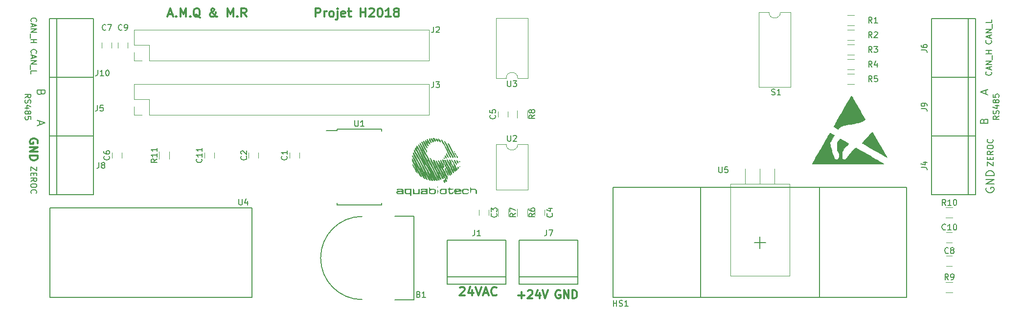
<source format=gbr>
G04 #@! TF.FileFunction,Legend,Top*
%FSLAX46Y46*%
G04 Gerber Fmt 4.6, Leading zero omitted, Abs format (unit mm)*
G04 Created by KiCad (PCBNEW 4.0.6) date 03/06/18 07:35:55*
%MOMM*%
%LPD*%
G01*
G04 APERTURE LIST*
%ADD10C,0.100000*%
%ADD11C,0.300000*%
%ADD12C,0.200000*%
%ADD13C,0.120000*%
%ADD14C,0.150000*%
%ADD15C,0.010000*%
G04 APERTURE END LIST*
D10*
D11*
X116646430Y-37508571D02*
X116646430Y-36008571D01*
X117217858Y-36008571D01*
X117360716Y-36080000D01*
X117432144Y-36151429D01*
X117503573Y-36294286D01*
X117503573Y-36508571D01*
X117432144Y-36651429D01*
X117360716Y-36722857D01*
X117217858Y-36794286D01*
X116646430Y-36794286D01*
X118146430Y-37508571D02*
X118146430Y-36508571D01*
X118146430Y-36794286D02*
X118217858Y-36651429D01*
X118289287Y-36580000D01*
X118432144Y-36508571D01*
X118575001Y-36508571D01*
X119289287Y-37508571D02*
X119146429Y-37437143D01*
X119075001Y-37365714D01*
X119003572Y-37222857D01*
X119003572Y-36794286D01*
X119075001Y-36651429D01*
X119146429Y-36580000D01*
X119289287Y-36508571D01*
X119503572Y-36508571D01*
X119646429Y-36580000D01*
X119717858Y-36651429D01*
X119789287Y-36794286D01*
X119789287Y-37222857D01*
X119717858Y-37365714D01*
X119646429Y-37437143D01*
X119503572Y-37508571D01*
X119289287Y-37508571D01*
X120432144Y-36508571D02*
X120432144Y-37794286D01*
X120360715Y-37937143D01*
X120217858Y-38008571D01*
X120146430Y-38008571D01*
X120432144Y-36008571D02*
X120360715Y-36080000D01*
X120432144Y-36151429D01*
X120503572Y-36080000D01*
X120432144Y-36008571D01*
X120432144Y-36151429D01*
X121717858Y-37437143D02*
X121575001Y-37508571D01*
X121289287Y-37508571D01*
X121146430Y-37437143D01*
X121075001Y-37294286D01*
X121075001Y-36722857D01*
X121146430Y-36580000D01*
X121289287Y-36508571D01*
X121575001Y-36508571D01*
X121717858Y-36580000D01*
X121789287Y-36722857D01*
X121789287Y-36865714D01*
X121075001Y-37008571D01*
X122217858Y-36508571D02*
X122789287Y-36508571D01*
X122432144Y-36008571D02*
X122432144Y-37294286D01*
X122503572Y-37437143D01*
X122646430Y-37508571D01*
X122789287Y-37508571D01*
X124432144Y-37508571D02*
X124432144Y-36008571D01*
X124432144Y-36722857D02*
X125289287Y-36722857D01*
X125289287Y-37508571D02*
X125289287Y-36008571D01*
X125932144Y-36151429D02*
X126003573Y-36080000D01*
X126146430Y-36008571D01*
X126503573Y-36008571D01*
X126646430Y-36080000D01*
X126717859Y-36151429D01*
X126789287Y-36294286D01*
X126789287Y-36437143D01*
X126717859Y-36651429D01*
X125860716Y-37508571D01*
X126789287Y-37508571D01*
X127717858Y-36008571D02*
X127860715Y-36008571D01*
X128003572Y-36080000D01*
X128075001Y-36151429D01*
X128146430Y-36294286D01*
X128217858Y-36580000D01*
X128217858Y-36937143D01*
X128146430Y-37222857D01*
X128075001Y-37365714D01*
X128003572Y-37437143D01*
X127860715Y-37508571D01*
X127717858Y-37508571D01*
X127575001Y-37437143D01*
X127503572Y-37365714D01*
X127432144Y-37222857D01*
X127360715Y-36937143D01*
X127360715Y-36580000D01*
X127432144Y-36294286D01*
X127503572Y-36151429D01*
X127575001Y-36080000D01*
X127717858Y-36008571D01*
X129646429Y-37508571D02*
X128789286Y-37508571D01*
X129217858Y-37508571D02*
X129217858Y-36008571D01*
X129075001Y-36222857D01*
X128932143Y-36365714D01*
X128789286Y-36437143D01*
X130503572Y-36651429D02*
X130360714Y-36580000D01*
X130289286Y-36508571D01*
X130217857Y-36365714D01*
X130217857Y-36294286D01*
X130289286Y-36151429D01*
X130360714Y-36080000D01*
X130503572Y-36008571D01*
X130789286Y-36008571D01*
X130932143Y-36080000D01*
X131003572Y-36151429D01*
X131075000Y-36294286D01*
X131075000Y-36365714D01*
X131003572Y-36508571D01*
X130932143Y-36580000D01*
X130789286Y-36651429D01*
X130503572Y-36651429D01*
X130360714Y-36722857D01*
X130289286Y-36794286D01*
X130217857Y-36937143D01*
X130217857Y-37222857D01*
X130289286Y-37365714D01*
X130360714Y-37437143D01*
X130503572Y-37508571D01*
X130789286Y-37508571D01*
X130932143Y-37437143D01*
X131003572Y-37365714D01*
X131075000Y-37222857D01*
X131075000Y-36937143D01*
X131003572Y-36794286D01*
X130932143Y-36722857D01*
X130789286Y-36651429D01*
X91166999Y-37080000D02*
X91881285Y-37080000D01*
X91024142Y-37508571D02*
X91524142Y-36008571D01*
X92024142Y-37508571D01*
X92524142Y-37365714D02*
X92595570Y-37437143D01*
X92524142Y-37508571D01*
X92452713Y-37437143D01*
X92524142Y-37365714D01*
X92524142Y-37508571D01*
X93238428Y-37508571D02*
X93238428Y-36008571D01*
X93738428Y-37080000D01*
X94238428Y-36008571D01*
X94238428Y-37508571D01*
X94952714Y-37365714D02*
X95024142Y-37437143D01*
X94952714Y-37508571D01*
X94881285Y-37437143D01*
X94952714Y-37365714D01*
X94952714Y-37508571D01*
X96667000Y-37651429D02*
X96524143Y-37580000D01*
X96381286Y-37437143D01*
X96167000Y-37222857D01*
X96024143Y-37151429D01*
X95881286Y-37151429D01*
X95952714Y-37508571D02*
X95809857Y-37437143D01*
X95667000Y-37294286D01*
X95595571Y-37008571D01*
X95595571Y-36508571D01*
X95667000Y-36222857D01*
X95809857Y-36080000D01*
X95952714Y-36008571D01*
X96238428Y-36008571D01*
X96381286Y-36080000D01*
X96524143Y-36222857D01*
X96595571Y-36508571D01*
X96595571Y-37008571D01*
X96524143Y-37294286D01*
X96381286Y-37437143D01*
X96238428Y-37508571D01*
X95952714Y-37508571D01*
X99595572Y-37508571D02*
X99524143Y-37508571D01*
X99381286Y-37437143D01*
X99167000Y-37222857D01*
X98809857Y-36794286D01*
X98667000Y-36580000D01*
X98595572Y-36365714D01*
X98595572Y-36222857D01*
X98667000Y-36080000D01*
X98809857Y-36008571D01*
X98881286Y-36008571D01*
X99024143Y-36080000D01*
X99095572Y-36222857D01*
X99095572Y-36294286D01*
X99024143Y-36437143D01*
X98952714Y-36508571D01*
X98524143Y-36794286D01*
X98452714Y-36865714D01*
X98381286Y-37008571D01*
X98381286Y-37222857D01*
X98452714Y-37365714D01*
X98524143Y-37437143D01*
X98667000Y-37508571D01*
X98881286Y-37508571D01*
X99024143Y-37437143D01*
X99095572Y-37365714D01*
X99309857Y-37080000D01*
X99381286Y-36865714D01*
X99381286Y-36722857D01*
X101381286Y-37508571D02*
X101381286Y-36008571D01*
X101881286Y-37080000D01*
X102381286Y-36008571D01*
X102381286Y-37508571D01*
X103095572Y-37365714D02*
X103167000Y-37437143D01*
X103095572Y-37508571D01*
X103024143Y-37437143D01*
X103095572Y-37365714D01*
X103095572Y-37508571D01*
X104667001Y-37508571D02*
X104167001Y-36794286D01*
X103809858Y-37508571D02*
X103809858Y-36008571D01*
X104381286Y-36008571D01*
X104524144Y-36080000D01*
X104595572Y-36151429D01*
X104667001Y-36294286D01*
X104667001Y-36508571D01*
X104595572Y-36651429D01*
X104524144Y-36722857D01*
X104381286Y-36794286D01*
X103809858Y-36794286D01*
D12*
X232626667Y-50855524D02*
X232626667Y-50236476D01*
X232998095Y-50979333D02*
X231698095Y-50546000D01*
X232998095Y-50112667D01*
X232317143Y-55533143D02*
X232379048Y-55347429D01*
X232440952Y-55285524D01*
X232564762Y-55223619D01*
X232750476Y-55223619D01*
X232874286Y-55285524D01*
X232936190Y-55347429D01*
X232998095Y-55471238D01*
X232998095Y-55966476D01*
X231698095Y-55966476D01*
X231698095Y-55533143D01*
X231760000Y-55409333D01*
X231821905Y-55347429D01*
X231945714Y-55285524D01*
X232069524Y-55285524D01*
X232193333Y-55347429D01*
X232255238Y-55409333D01*
X232317143Y-55533143D01*
X232317143Y-55966476D01*
X232878381Y-63269524D02*
X232878381Y-62602857D01*
X233878381Y-63269524D01*
X233878381Y-62602857D01*
X233354571Y-62221905D02*
X233354571Y-61888571D01*
X233878381Y-61745714D02*
X233878381Y-62221905D01*
X232878381Y-62221905D01*
X232878381Y-61745714D01*
X233878381Y-60745714D02*
X233402190Y-61079048D01*
X233878381Y-61317143D02*
X232878381Y-61317143D01*
X232878381Y-60936190D01*
X232926000Y-60840952D01*
X232973619Y-60793333D01*
X233068857Y-60745714D01*
X233211714Y-60745714D01*
X233306952Y-60793333D01*
X233354571Y-60840952D01*
X233402190Y-60936190D01*
X233402190Y-61317143D01*
X232878381Y-60126667D02*
X232878381Y-59936190D01*
X232926000Y-59840952D01*
X233021238Y-59745714D01*
X233211714Y-59698095D01*
X233545048Y-59698095D01*
X233735524Y-59745714D01*
X233830762Y-59840952D01*
X233878381Y-59936190D01*
X233878381Y-60126667D01*
X233830762Y-60221905D01*
X233735524Y-60317143D01*
X233545048Y-60364762D01*
X233211714Y-60364762D01*
X233021238Y-60317143D01*
X232926000Y-60221905D01*
X232878381Y-60126667D01*
X233783143Y-58698095D02*
X233830762Y-58745714D01*
X233878381Y-58888571D01*
X233878381Y-58983809D01*
X233830762Y-59126667D01*
X233735524Y-59221905D01*
X233640286Y-59269524D01*
X233449810Y-59317143D01*
X233306952Y-59317143D01*
X233116476Y-59269524D01*
X233021238Y-59221905D01*
X232926000Y-59126667D01*
X232878381Y-58983809D01*
X232878381Y-58888571D01*
X232926000Y-58745714D01*
X232973619Y-58698095D01*
X232726000Y-67106666D02*
X232659333Y-67240000D01*
X232659333Y-67440000D01*
X232726000Y-67640000D01*
X232859333Y-67773333D01*
X232992667Y-67840000D01*
X233259333Y-67906666D01*
X233459333Y-67906666D01*
X233726000Y-67840000D01*
X233859333Y-67773333D01*
X233992667Y-67640000D01*
X234059333Y-67440000D01*
X234059333Y-67306666D01*
X233992667Y-67106666D01*
X233926000Y-67040000D01*
X233459333Y-67040000D01*
X233459333Y-67306666D01*
X234059333Y-66440000D02*
X232659333Y-66440000D01*
X234059333Y-65640000D01*
X232659333Y-65640000D01*
X234059333Y-64973333D02*
X232659333Y-64973333D01*
X232659333Y-64639999D01*
X232726000Y-64439999D01*
X232859333Y-64306666D01*
X232992667Y-64239999D01*
X233259333Y-64173333D01*
X233459333Y-64173333D01*
X233726000Y-64239999D01*
X233859333Y-64306666D01*
X233992667Y-64439999D01*
X234059333Y-64639999D01*
X234059333Y-64973333D01*
X234894381Y-54681238D02*
X234418190Y-55014572D01*
X234894381Y-55252667D02*
X233894381Y-55252667D01*
X233894381Y-54871714D01*
X233942000Y-54776476D01*
X233989619Y-54728857D01*
X234084857Y-54681238D01*
X234227714Y-54681238D01*
X234322952Y-54728857D01*
X234370571Y-54776476D01*
X234418190Y-54871714D01*
X234418190Y-55252667D01*
X234846762Y-54300286D02*
X234894381Y-54157429D01*
X234894381Y-53919333D01*
X234846762Y-53824095D01*
X234799143Y-53776476D01*
X234703905Y-53728857D01*
X234608667Y-53728857D01*
X234513429Y-53776476D01*
X234465810Y-53824095D01*
X234418190Y-53919333D01*
X234370571Y-54109810D01*
X234322952Y-54205048D01*
X234275333Y-54252667D01*
X234180095Y-54300286D01*
X234084857Y-54300286D01*
X233989619Y-54252667D01*
X233942000Y-54205048D01*
X233894381Y-54109810D01*
X233894381Y-53871714D01*
X233942000Y-53728857D01*
X234227714Y-52871714D02*
X234894381Y-52871714D01*
X233846762Y-53109810D02*
X234561048Y-53347905D01*
X234561048Y-52728857D01*
X234322952Y-52205048D02*
X234275333Y-52300286D01*
X234227714Y-52347905D01*
X234132476Y-52395524D01*
X234084857Y-52395524D01*
X233989619Y-52347905D01*
X233942000Y-52300286D01*
X233894381Y-52205048D01*
X233894381Y-52014571D01*
X233942000Y-51919333D01*
X233989619Y-51871714D01*
X234084857Y-51824095D01*
X234132476Y-51824095D01*
X234227714Y-51871714D01*
X234275333Y-51919333D01*
X234322952Y-52014571D01*
X234322952Y-52205048D01*
X234370571Y-52300286D01*
X234418190Y-52347905D01*
X234513429Y-52395524D01*
X234703905Y-52395524D01*
X234799143Y-52347905D01*
X234846762Y-52300286D01*
X234894381Y-52205048D01*
X234894381Y-52014571D01*
X234846762Y-51919333D01*
X234799143Y-51871714D01*
X234703905Y-51824095D01*
X234513429Y-51824095D01*
X234418190Y-51871714D01*
X234370571Y-51919333D01*
X234322952Y-52014571D01*
X233894381Y-50919333D02*
X233894381Y-51395524D01*
X234370571Y-51443143D01*
X234322952Y-51395524D01*
X234275333Y-51300286D01*
X234275333Y-51062190D01*
X234322952Y-50966952D01*
X234370571Y-50919333D01*
X234465810Y-50871714D01*
X234703905Y-50871714D01*
X234799143Y-50919333D01*
X234846762Y-50966952D01*
X234894381Y-51062190D01*
X234894381Y-51300286D01*
X234846762Y-51395524D01*
X234799143Y-51443143D01*
X233529143Y-41560571D02*
X233576762Y-41608190D01*
X233624381Y-41751047D01*
X233624381Y-41846285D01*
X233576762Y-41989143D01*
X233481524Y-42084381D01*
X233386286Y-42132000D01*
X233195810Y-42179619D01*
X233052952Y-42179619D01*
X232862476Y-42132000D01*
X232767238Y-42084381D01*
X232672000Y-41989143D01*
X232624381Y-41846285D01*
X232624381Y-41751047D01*
X232672000Y-41608190D01*
X232719619Y-41560571D01*
X233338667Y-41179619D02*
X233338667Y-40703428D01*
X233624381Y-41274857D02*
X232624381Y-40941524D01*
X233624381Y-40608190D01*
X233624381Y-40274857D02*
X232624381Y-40274857D01*
X233624381Y-39703428D01*
X232624381Y-39703428D01*
X233719619Y-39465333D02*
X233719619Y-38703428D01*
X233624381Y-37989142D02*
X233624381Y-38465333D01*
X232624381Y-38465333D01*
X233529143Y-47013619D02*
X233576762Y-47061238D01*
X233624381Y-47204095D01*
X233624381Y-47299333D01*
X233576762Y-47442191D01*
X233481524Y-47537429D01*
X233386286Y-47585048D01*
X233195810Y-47632667D01*
X233052952Y-47632667D01*
X232862476Y-47585048D01*
X232767238Y-47537429D01*
X232672000Y-47442191D01*
X232624381Y-47299333D01*
X232624381Y-47204095D01*
X232672000Y-47061238D01*
X232719619Y-47013619D01*
X233338667Y-46632667D02*
X233338667Y-46156476D01*
X233624381Y-46727905D02*
X232624381Y-46394572D01*
X233624381Y-46061238D01*
X233624381Y-45727905D02*
X232624381Y-45727905D01*
X233624381Y-45156476D01*
X232624381Y-45156476D01*
X233719619Y-44918381D02*
X233719619Y-44156476D01*
X233624381Y-43918381D02*
X232624381Y-43918381D01*
X233100571Y-43918381D02*
X233100571Y-43346952D01*
X233624381Y-43346952D02*
X232624381Y-43346952D01*
X68365619Y-63476476D02*
X68365619Y-64143143D01*
X67365619Y-63476476D01*
X67365619Y-64143143D01*
X67889429Y-64524095D02*
X67889429Y-64857429D01*
X67365619Y-65000286D02*
X67365619Y-64524095D01*
X68365619Y-64524095D01*
X68365619Y-65000286D01*
X67365619Y-66000286D02*
X67841810Y-65666952D01*
X67365619Y-65428857D02*
X68365619Y-65428857D01*
X68365619Y-65809810D01*
X68318000Y-65905048D01*
X68270381Y-65952667D01*
X68175143Y-66000286D01*
X68032286Y-66000286D01*
X67937048Y-65952667D01*
X67889429Y-65905048D01*
X67841810Y-65809810D01*
X67841810Y-65428857D01*
X68365619Y-66619333D02*
X68365619Y-66809810D01*
X68318000Y-66905048D01*
X68222762Y-67000286D01*
X68032286Y-67047905D01*
X67698952Y-67047905D01*
X67508476Y-67000286D01*
X67413238Y-66905048D01*
X67365619Y-66809810D01*
X67365619Y-66619333D01*
X67413238Y-66524095D01*
X67508476Y-66428857D01*
X67698952Y-66381238D01*
X68032286Y-66381238D01*
X68222762Y-66428857D01*
X68318000Y-66524095D01*
X68365619Y-66619333D01*
X67460857Y-68047905D02*
X67413238Y-68000286D01*
X67365619Y-67857429D01*
X67365619Y-67762191D01*
X67413238Y-67619333D01*
X67508476Y-67524095D01*
X67603714Y-67476476D01*
X67794190Y-67428857D01*
X67937048Y-67428857D01*
X68127524Y-67476476D01*
X68222762Y-67524095D01*
X68318000Y-67619333D01*
X68365619Y-67762191D01*
X68365619Y-67857429D01*
X68318000Y-68000286D01*
X68270381Y-68047905D01*
X68871333Y-55570476D02*
X68871333Y-56189524D01*
X68499905Y-55446667D02*
X69799905Y-55880000D01*
X68499905Y-56313333D01*
X69180857Y-50638857D02*
X69118952Y-50824571D01*
X69057048Y-50886476D01*
X68933238Y-50948381D01*
X68747524Y-50948381D01*
X68623714Y-50886476D01*
X68561810Y-50824571D01*
X68499905Y-50700762D01*
X68499905Y-50205524D01*
X69799905Y-50205524D01*
X69799905Y-50638857D01*
X69738000Y-50762667D01*
X69676095Y-50824571D01*
X69552286Y-50886476D01*
X69428476Y-50886476D01*
X69304667Y-50824571D01*
X69242762Y-50762667D01*
X69180857Y-50638857D01*
X69180857Y-50205524D01*
X66349619Y-51490762D02*
X66825810Y-51157428D01*
X66349619Y-50919333D02*
X67349619Y-50919333D01*
X67349619Y-51300286D01*
X67302000Y-51395524D01*
X67254381Y-51443143D01*
X67159143Y-51490762D01*
X67016286Y-51490762D01*
X66921048Y-51443143D01*
X66873429Y-51395524D01*
X66825810Y-51300286D01*
X66825810Y-50919333D01*
X66397238Y-51871714D02*
X66349619Y-52014571D01*
X66349619Y-52252667D01*
X66397238Y-52347905D01*
X66444857Y-52395524D01*
X66540095Y-52443143D01*
X66635333Y-52443143D01*
X66730571Y-52395524D01*
X66778190Y-52347905D01*
X66825810Y-52252667D01*
X66873429Y-52062190D01*
X66921048Y-51966952D01*
X66968667Y-51919333D01*
X67063905Y-51871714D01*
X67159143Y-51871714D01*
X67254381Y-51919333D01*
X67302000Y-51966952D01*
X67349619Y-52062190D01*
X67349619Y-52300286D01*
X67302000Y-52443143D01*
X67016286Y-53300286D02*
X66349619Y-53300286D01*
X67397238Y-53062190D02*
X66682952Y-52824095D01*
X66682952Y-53443143D01*
X66921048Y-53966952D02*
X66968667Y-53871714D01*
X67016286Y-53824095D01*
X67111524Y-53776476D01*
X67159143Y-53776476D01*
X67254381Y-53824095D01*
X67302000Y-53871714D01*
X67349619Y-53966952D01*
X67349619Y-54157429D01*
X67302000Y-54252667D01*
X67254381Y-54300286D01*
X67159143Y-54347905D01*
X67111524Y-54347905D01*
X67016286Y-54300286D01*
X66968667Y-54252667D01*
X66921048Y-54157429D01*
X66921048Y-53966952D01*
X66873429Y-53871714D01*
X66825810Y-53824095D01*
X66730571Y-53776476D01*
X66540095Y-53776476D01*
X66444857Y-53824095D01*
X66397238Y-53871714D01*
X66349619Y-53966952D01*
X66349619Y-54157429D01*
X66397238Y-54252667D01*
X66444857Y-54300286D01*
X66540095Y-54347905D01*
X66730571Y-54347905D01*
X66825810Y-54300286D01*
X66873429Y-54252667D01*
X66921048Y-54157429D01*
X67349619Y-55252667D02*
X67349619Y-54776476D01*
X66873429Y-54728857D01*
X66921048Y-54776476D01*
X66968667Y-54871714D01*
X66968667Y-55109810D01*
X66921048Y-55205048D01*
X66873429Y-55252667D01*
X66778190Y-55300286D01*
X66540095Y-55300286D01*
X66444857Y-55252667D01*
X66397238Y-55205048D01*
X66349619Y-55109810D01*
X66349619Y-54871714D01*
X66397238Y-54776476D01*
X66444857Y-54728857D01*
X67460857Y-43783429D02*
X67413238Y-43735810D01*
X67365619Y-43592953D01*
X67365619Y-43497715D01*
X67413238Y-43354857D01*
X67508476Y-43259619D01*
X67603714Y-43212000D01*
X67794190Y-43164381D01*
X67937048Y-43164381D01*
X68127524Y-43212000D01*
X68222762Y-43259619D01*
X68318000Y-43354857D01*
X68365619Y-43497715D01*
X68365619Y-43592953D01*
X68318000Y-43735810D01*
X68270381Y-43783429D01*
X67651333Y-44164381D02*
X67651333Y-44640572D01*
X67365619Y-44069143D02*
X68365619Y-44402476D01*
X67365619Y-44735810D01*
X67365619Y-45069143D02*
X68365619Y-45069143D01*
X67365619Y-45640572D01*
X68365619Y-45640572D01*
X67270381Y-45878667D02*
X67270381Y-46640572D01*
X67365619Y-47354858D02*
X67365619Y-46878667D01*
X68365619Y-46878667D01*
X67460857Y-38330381D02*
X67413238Y-38282762D01*
X67365619Y-38139905D01*
X67365619Y-38044667D01*
X67413238Y-37901809D01*
X67508476Y-37806571D01*
X67603714Y-37758952D01*
X67794190Y-37711333D01*
X67937048Y-37711333D01*
X68127524Y-37758952D01*
X68222762Y-37806571D01*
X68318000Y-37901809D01*
X68365619Y-38044667D01*
X68365619Y-38139905D01*
X68318000Y-38282762D01*
X68270381Y-38330381D01*
X67651333Y-38711333D02*
X67651333Y-39187524D01*
X67365619Y-38616095D02*
X68365619Y-38949428D01*
X67365619Y-39282762D01*
X67365619Y-39616095D02*
X68365619Y-39616095D01*
X67365619Y-40187524D01*
X68365619Y-40187524D01*
X67270381Y-40425619D02*
X67270381Y-41187524D01*
X67365619Y-41425619D02*
X68365619Y-41425619D01*
X67889429Y-41425619D02*
X67889429Y-41997048D01*
X67365619Y-41997048D02*
X68365619Y-41997048D01*
D11*
X68518000Y-59385334D02*
X68584667Y-59252000D01*
X68584667Y-59052000D01*
X68518000Y-58852000D01*
X68384667Y-58718667D01*
X68251333Y-58652000D01*
X67984667Y-58585334D01*
X67784667Y-58585334D01*
X67518000Y-58652000D01*
X67384667Y-58718667D01*
X67251333Y-58852000D01*
X67184667Y-59052000D01*
X67184667Y-59185334D01*
X67251333Y-59385334D01*
X67318000Y-59452000D01*
X67784667Y-59452000D01*
X67784667Y-59185334D01*
X67184667Y-60052000D02*
X68584667Y-60052000D01*
X67184667Y-60852000D01*
X68584667Y-60852000D01*
X67184667Y-61518667D02*
X68584667Y-61518667D01*
X68584667Y-61852001D01*
X68518000Y-62052001D01*
X68384667Y-62185334D01*
X68251333Y-62252001D01*
X67984667Y-62318667D01*
X67784667Y-62318667D01*
X67518000Y-62252001D01*
X67384667Y-62185334D01*
X67251333Y-62052001D01*
X67184667Y-61852001D01*
X67184667Y-61518667D01*
X141601429Y-84411429D02*
X141672858Y-84340000D01*
X141815715Y-84268571D01*
X142172858Y-84268571D01*
X142315715Y-84340000D01*
X142387144Y-84411429D01*
X142458572Y-84554286D01*
X142458572Y-84697143D01*
X142387144Y-84911429D01*
X141530001Y-85768571D01*
X142458572Y-85768571D01*
X143744286Y-84768571D02*
X143744286Y-85768571D01*
X143387143Y-84197143D02*
X143030000Y-85268571D01*
X143958572Y-85268571D01*
X144315714Y-84268571D02*
X144815714Y-85768571D01*
X145315714Y-84268571D01*
X145744285Y-85340000D02*
X146458571Y-85340000D01*
X145601428Y-85768571D02*
X146101428Y-84268571D01*
X146601428Y-85768571D01*
X147958571Y-85625714D02*
X147887142Y-85697143D01*
X147672856Y-85768571D01*
X147529999Y-85768571D01*
X147315714Y-85697143D01*
X147172856Y-85554286D01*
X147101428Y-85411429D01*
X147029999Y-85125714D01*
X147029999Y-84911429D01*
X147101428Y-84625714D01*
X147172856Y-84482857D01*
X147315714Y-84340000D01*
X147529999Y-84268571D01*
X147672856Y-84268571D01*
X147887142Y-84340000D01*
X147958571Y-84411429D01*
X158953334Y-84898000D02*
X158820000Y-84831333D01*
X158620000Y-84831333D01*
X158420000Y-84898000D01*
X158286667Y-85031333D01*
X158220000Y-85164667D01*
X158153334Y-85431333D01*
X158153334Y-85631333D01*
X158220000Y-85898000D01*
X158286667Y-86031333D01*
X158420000Y-86164667D01*
X158620000Y-86231333D01*
X158753334Y-86231333D01*
X158953334Y-86164667D01*
X159020000Y-86098000D01*
X159020000Y-85631333D01*
X158753334Y-85631333D01*
X159620000Y-86231333D02*
X159620000Y-84831333D01*
X160420000Y-86231333D01*
X160420000Y-84831333D01*
X161086667Y-86231333D02*
X161086667Y-84831333D01*
X161420001Y-84831333D01*
X161620001Y-84898000D01*
X161753334Y-85031333D01*
X161820001Y-85164667D01*
X161886667Y-85431333D01*
X161886667Y-85631333D01*
X161820001Y-85898000D01*
X161753334Y-86031333D01*
X161620001Y-86164667D01*
X161420001Y-86231333D01*
X161086667Y-86231333D01*
X151711334Y-85698000D02*
X152778001Y-85698000D01*
X152244668Y-86231333D02*
X152244668Y-85164667D01*
X153378001Y-84964667D02*
X153444667Y-84898000D01*
X153578001Y-84831333D01*
X153911334Y-84831333D01*
X154044667Y-84898000D01*
X154111334Y-84964667D01*
X154178001Y-85098000D01*
X154178001Y-85231333D01*
X154111334Y-85431333D01*
X153311334Y-86231333D01*
X154178001Y-86231333D01*
X155378000Y-85298000D02*
X155378000Y-86231333D01*
X155044667Y-84764667D02*
X154711334Y-85764667D01*
X155578000Y-85764667D01*
X155911333Y-84831333D02*
X156378000Y-86231333D01*
X156844667Y-84831333D01*
D13*
X112180000Y-60968000D02*
X112180000Y-61968000D01*
X113880000Y-61968000D02*
X113880000Y-60968000D01*
X106768000Y-61968000D02*
X106768000Y-60968000D01*
X105068000Y-60968000D02*
X105068000Y-61968000D01*
X144946000Y-70874000D02*
X144946000Y-71874000D01*
X146646000Y-71874000D02*
X146646000Y-70874000D01*
X156298000Y-71874000D02*
X156298000Y-70874000D01*
X154598000Y-70874000D02*
X154598000Y-71874000D01*
X148248000Y-53856000D02*
X148248000Y-54856000D01*
X149948000Y-54856000D02*
X149948000Y-53856000D01*
X81446000Y-60968000D02*
X81446000Y-61968000D01*
X83146000Y-61968000D02*
X83146000Y-60968000D01*
X81368000Y-42918000D02*
X81368000Y-41918000D01*
X79668000Y-41918000D02*
X79668000Y-42918000D01*
X226814000Y-78906000D02*
X225814000Y-78906000D01*
X225814000Y-80606000D02*
X226814000Y-80606000D01*
X82462000Y-41918000D02*
X82462000Y-42918000D01*
X84162000Y-42918000D02*
X84162000Y-41918000D01*
X226814000Y-74842000D02*
X225814000Y-74842000D01*
X225814000Y-76542000D02*
X226814000Y-76542000D01*
X97448000Y-60968000D02*
X97448000Y-61968000D01*
X99148000Y-61968000D02*
X99148000Y-60968000D01*
D14*
X149606000Y-82550000D02*
X139446000Y-82550000D01*
X149606000Y-83820000D02*
X149606000Y-76200000D01*
X149606000Y-76200000D02*
X139446000Y-76200000D01*
X139446000Y-76200000D02*
X139446000Y-83820000D01*
X139446000Y-83820000D02*
X149606000Y-83820000D01*
D13*
X87884000Y-54476000D02*
X136264000Y-54476000D01*
X136264000Y-54476000D02*
X136264000Y-49156000D01*
X136264000Y-49156000D02*
X85224000Y-49156000D01*
X85224000Y-49156000D02*
X85224000Y-51816000D01*
X85224000Y-51816000D02*
X87884000Y-51816000D01*
X87884000Y-51816000D02*
X87884000Y-54476000D01*
X86614000Y-54476000D02*
X85224000Y-54476000D01*
X85224000Y-54476000D02*
X85224000Y-53086000D01*
D14*
X229616000Y-58166000D02*
X229616000Y-68326000D01*
X230886000Y-58166000D02*
X223266000Y-58166000D01*
X223266000Y-58166000D02*
X223266000Y-68326000D01*
X223266000Y-68326000D02*
X230886000Y-68326000D01*
X230886000Y-68326000D02*
X230886000Y-58166000D01*
X71882000Y-58166000D02*
X71882000Y-48006000D01*
X70612000Y-58166000D02*
X78232000Y-58166000D01*
X78232000Y-58166000D02*
X78232000Y-48006000D01*
X78232000Y-48006000D02*
X70612000Y-48006000D01*
X70612000Y-48006000D02*
X70612000Y-58166000D01*
X229616000Y-37846000D02*
X229616000Y-48006000D01*
X230886000Y-37846000D02*
X223266000Y-37846000D01*
X223266000Y-37846000D02*
X223266000Y-48006000D01*
X223266000Y-48006000D02*
X230886000Y-48006000D01*
X230886000Y-48006000D02*
X230886000Y-37846000D01*
X162052000Y-82550000D02*
X151892000Y-82550000D01*
X162052000Y-83820000D02*
X162052000Y-76200000D01*
X162052000Y-76200000D02*
X151892000Y-76200000D01*
X151892000Y-76200000D02*
X151892000Y-83820000D01*
X151892000Y-83820000D02*
X162052000Y-83820000D01*
X71882000Y-68326000D02*
X71882000Y-58166000D01*
X70612000Y-68326000D02*
X78232000Y-68326000D01*
X78232000Y-68326000D02*
X78232000Y-58166000D01*
X78232000Y-58166000D02*
X70612000Y-58166000D01*
X70612000Y-58166000D02*
X70612000Y-68326000D01*
X229616000Y-48006000D02*
X229616000Y-58166000D01*
X230886000Y-48006000D02*
X223266000Y-48006000D01*
X223266000Y-48006000D02*
X223266000Y-58166000D01*
X223266000Y-58166000D02*
X230886000Y-58166000D01*
X230886000Y-58166000D02*
X230886000Y-48006000D01*
X71882000Y-48006000D02*
X71882000Y-37846000D01*
X70612000Y-48006000D02*
X78232000Y-48006000D01*
X78232000Y-48006000D02*
X78232000Y-37846000D01*
X78232000Y-37846000D02*
X70612000Y-37846000D01*
X70612000Y-37846000D02*
X70612000Y-48006000D01*
D13*
X209896000Y-38980000D02*
X208696000Y-38980000D01*
X208696000Y-37220000D02*
X209896000Y-37220000D01*
X209896000Y-41520000D02*
X208696000Y-41520000D01*
X208696000Y-39760000D02*
X209896000Y-39760000D01*
X209896000Y-44060000D02*
X208696000Y-44060000D01*
X208696000Y-42300000D02*
X209896000Y-42300000D01*
X209896000Y-46600000D02*
X208696000Y-46600000D01*
X208696000Y-44840000D02*
X209896000Y-44840000D01*
X209896000Y-49140000D02*
X208696000Y-49140000D01*
X208696000Y-47380000D02*
X209896000Y-47380000D01*
X151520000Y-71974000D02*
X151520000Y-70774000D01*
X153280000Y-70774000D02*
X153280000Y-71974000D01*
X148218000Y-71974000D02*
X148218000Y-70774000D01*
X149978000Y-70774000D02*
X149978000Y-71974000D01*
X151520000Y-54956000D02*
X151520000Y-53756000D01*
X153280000Y-53756000D02*
X153280000Y-54956000D01*
X225714000Y-83448000D02*
X226914000Y-83448000D01*
X226914000Y-85208000D02*
X225714000Y-85208000D01*
X226914000Y-72254000D02*
X225714000Y-72254000D01*
X225714000Y-70494000D02*
X226914000Y-70494000D01*
X91304000Y-60868000D02*
X91304000Y-62068000D01*
X89544000Y-62068000D02*
X89544000Y-60868000D01*
X197088000Y-36710000D02*
G75*
G02X195088000Y-36710000I-1000000J0D01*
G01*
X195088000Y-36710000D02*
X193318000Y-36710000D01*
X193318000Y-36710000D02*
X193318000Y-49650000D01*
X193318000Y-49650000D02*
X198858000Y-49650000D01*
X198858000Y-49650000D02*
X198858000Y-36710000D01*
X198858000Y-36710000D02*
X197088000Y-36710000D01*
D14*
X120331000Y-56925000D02*
X120331000Y-57175000D01*
X128081000Y-56925000D02*
X128081000Y-57260000D01*
X128081000Y-70075000D02*
X128081000Y-69740000D01*
X120331000Y-70075000D02*
X120331000Y-69740000D01*
X120331000Y-56925000D02*
X128081000Y-56925000D01*
X120331000Y-70075000D02*
X128081000Y-70075000D01*
X120331000Y-57175000D02*
X118531000Y-57175000D01*
D13*
X151622000Y-59570000D02*
G75*
G02X149622000Y-59570000I-1000000J0D01*
G01*
X149622000Y-59570000D02*
X147852000Y-59570000D01*
X147852000Y-59570000D02*
X147852000Y-67430000D01*
X147852000Y-67430000D02*
X153392000Y-67430000D01*
X153392000Y-67430000D02*
X153392000Y-59570000D01*
X153392000Y-59570000D02*
X151622000Y-59570000D01*
X149622000Y-48126000D02*
G75*
G02X151622000Y-48126000I1000000J0D01*
G01*
X151622000Y-48126000D02*
X153392000Y-48126000D01*
X153392000Y-48126000D02*
X153392000Y-37726000D01*
X153392000Y-37726000D02*
X147852000Y-37726000D01*
X147852000Y-37726000D02*
X147852000Y-48126000D01*
X147852000Y-48126000D02*
X149622000Y-48126000D01*
D14*
X70646000Y-70606000D02*
X70646000Y-86066000D01*
X70646000Y-86066000D02*
X105646000Y-86066000D01*
X105646000Y-70606000D02*
X105646000Y-86066000D01*
X70646000Y-70606000D02*
X105646000Y-70606000D01*
X194548000Y-76581000D02*
X192548000Y-76581000D01*
X193548000Y-77581000D02*
X193548000Y-75581000D01*
X183235500Y-86106000D02*
X183235500Y-67056000D01*
X203860500Y-86106000D02*
X203860500Y-67056000D01*
X218948000Y-86106000D02*
X218948000Y-67056000D01*
X218948000Y-67056000D02*
X168148000Y-67056000D01*
X168148000Y-86106000D02*
X168148000Y-67056000D01*
X218948000Y-86106000D02*
X168148000Y-86106000D01*
D13*
X198668000Y-66428000D02*
X188428000Y-66428000D01*
X198668000Y-82318000D02*
X188428000Y-82318000D01*
X198668000Y-82318000D02*
X198668000Y-66428000D01*
X188428000Y-82318000D02*
X188428000Y-66428000D01*
X196088000Y-66428000D02*
X196088000Y-63788000D01*
X193548000Y-66428000D02*
X193548000Y-63804000D01*
X191008000Y-66428000D02*
X191008000Y-63804000D01*
X87884000Y-45078000D02*
X136264000Y-45078000D01*
X136264000Y-45078000D02*
X136264000Y-39758000D01*
X136264000Y-39758000D02*
X85224000Y-39758000D01*
X85224000Y-39758000D02*
X85224000Y-42418000D01*
X85224000Y-42418000D02*
X87884000Y-42418000D01*
X87884000Y-42418000D02*
X87884000Y-45078000D01*
X86614000Y-45078000D02*
X85224000Y-45078000D01*
X85224000Y-45078000D02*
X85224000Y-43688000D01*
D14*
X130324000Y-72048000D02*
X133624000Y-72048000D01*
X130324000Y-86448000D02*
X133624000Y-86448000D01*
X133624000Y-72048000D02*
X133624000Y-86448000D01*
X124714000Y-72048000D02*
G75*
G03X117514000Y-79248000I0J-7200000D01*
G01*
X117514000Y-79248000D02*
G75*
G03X124714000Y-86448000I7200000J0D01*
G01*
D15*
G36*
X205686187Y-57605317D02*
X205751237Y-57630473D01*
X205850385Y-57680425D01*
X205992747Y-57758752D01*
X206003832Y-57764977D01*
X206134947Y-57839952D01*
X206245596Y-57905638D01*
X206324910Y-57955410D01*
X206362023Y-57982641D01*
X206363061Y-57983974D01*
X206354096Y-58021780D01*
X206312971Y-58106210D01*
X206242366Y-58232665D01*
X206144960Y-58396544D01*
X206023435Y-58593245D01*
X205880471Y-58818170D01*
X205844890Y-58873331D01*
X205752186Y-59026398D01*
X205684683Y-59158112D01*
X205648305Y-59256565D01*
X205644572Y-59276014D01*
X205646229Y-59361624D01*
X205664788Y-59497418D01*
X205697936Y-59674687D01*
X205743360Y-59884719D01*
X205798746Y-60118804D01*
X205861780Y-60368232D01*
X205930150Y-60624290D01*
X206001542Y-60878269D01*
X206073641Y-61121457D01*
X206144136Y-61345145D01*
X206210712Y-61540621D01*
X206271055Y-61699174D01*
X206313121Y-61793244D01*
X206362673Y-61893451D01*
X206409460Y-61989337D01*
X206411993Y-61994586D01*
X206489397Y-62091440D01*
X206602368Y-62156656D01*
X206733878Y-62187909D01*
X206866901Y-62182875D01*
X206984410Y-62139228D01*
X207050516Y-62081764D01*
X207145718Y-61924166D01*
X207215478Y-61727756D01*
X207253753Y-61512559D01*
X207259176Y-61390561D01*
X207237339Y-61162870D01*
X207173247Y-60974320D01*
X207063451Y-60815759D01*
X207029213Y-60780467D01*
X206927322Y-60681470D01*
X206913328Y-59281978D01*
X207091635Y-59012062D01*
X207175307Y-58889891D01*
X207255889Y-58779987D01*
X207321885Y-58697673D01*
X207350252Y-58667384D01*
X207430562Y-58592621D01*
X207539330Y-58651196D01*
X207608077Y-58693168D01*
X207645692Y-58725756D01*
X207648097Y-58731615D01*
X207673806Y-58756456D01*
X207717792Y-58774954D01*
X207760299Y-58791626D01*
X207825387Y-58823299D01*
X207918644Y-58873066D01*
X208045658Y-58944018D01*
X208212016Y-59039247D01*
X208423305Y-59161844D01*
X208538124Y-59228864D01*
X208673187Y-59309143D01*
X208761770Y-59366319D01*
X208811710Y-59407078D01*
X208830846Y-59438107D01*
X208827016Y-59466092D01*
X208823822Y-59472593D01*
X208792752Y-59513533D01*
X208726271Y-59590330D01*
X208632124Y-59694393D01*
X208518056Y-59817132D01*
X208419400Y-59921180D01*
X208192059Y-60168134D01*
X208014210Y-60382183D01*
X207884267Y-60565480D01*
X207800642Y-60720176D01*
X207772434Y-60798732D01*
X207760783Y-60867498D01*
X207748749Y-60984799D01*
X207737391Y-61137234D01*
X207727767Y-61311404D01*
X207723238Y-61421537D01*
X207716918Y-61611929D01*
X207714137Y-61751124D01*
X207715715Y-61849819D01*
X207722469Y-61918708D01*
X207735216Y-61968487D01*
X207754773Y-62009850D01*
X207770134Y-62035106D01*
X207858842Y-62132453D01*
X207973147Y-62200291D01*
X208093416Y-62229876D01*
X208183545Y-62219172D01*
X208265152Y-62172861D01*
X208367447Y-62089924D01*
X208476083Y-61984825D01*
X208576713Y-61872032D01*
X208654988Y-61766010D01*
X208683809Y-61714778D01*
X208726982Y-61644628D01*
X208805505Y-61537778D01*
X208912203Y-61402578D01*
X209039903Y-61247381D01*
X209181429Y-61080536D01*
X209329607Y-60910396D01*
X209477263Y-60745311D01*
X209617222Y-60593633D01*
X209742310Y-60463713D01*
X209840520Y-60368339D01*
X209949557Y-60273065D01*
X210041284Y-60202817D01*
X210105621Y-60164898D01*
X210126978Y-60160729D01*
X210159706Y-60177548D01*
X210241341Y-60222692D01*
X210367172Y-60293449D01*
X210532488Y-60387109D01*
X210732578Y-60500962D01*
X210962732Y-60632298D01*
X211218238Y-60778406D01*
X211494387Y-60936576D01*
X211786467Y-61104097D01*
X212089768Y-61278259D01*
X212399579Y-61456352D01*
X212711189Y-61635665D01*
X213019888Y-61813487D01*
X213320964Y-61987109D01*
X213609708Y-62153819D01*
X213881408Y-62310908D01*
X214131354Y-62455666D01*
X214354834Y-62585380D01*
X214547139Y-62697342D01*
X214703557Y-62788841D01*
X214819378Y-62857167D01*
X214889891Y-62899608D01*
X214910329Y-62912927D01*
X214882803Y-62915560D01*
X214796208Y-62918118D01*
X214653428Y-62920592D01*
X214457346Y-62922966D01*
X214210844Y-62925231D01*
X213916806Y-62927373D01*
X213578114Y-62929379D01*
X213197652Y-62931238D01*
X212778301Y-62932937D01*
X212322946Y-62934464D01*
X211834469Y-62935807D01*
X211315753Y-62936952D01*
X210769681Y-62937889D01*
X210199136Y-62938604D01*
X209607000Y-62939085D01*
X208996157Y-62939319D01*
X208739848Y-62939342D01*
X202539939Y-62939342D01*
X202982106Y-62172695D01*
X203075711Y-62010360D01*
X203196204Y-61801332D01*
X203339556Y-61552603D01*
X203501738Y-61271164D01*
X203678723Y-60964007D01*
X203866480Y-60638125D01*
X204060982Y-60300509D01*
X204258200Y-59958151D01*
X204454105Y-59618043D01*
X204503649Y-59532025D01*
X204684304Y-59218715D01*
X204856578Y-58920606D01*
X205017884Y-58642136D01*
X205165632Y-58387743D01*
X205297233Y-58161864D01*
X205410099Y-57968937D01*
X205501641Y-57813401D01*
X205569270Y-57699692D01*
X205610396Y-57632250D01*
X205621905Y-57615080D01*
X205646115Y-57601379D01*
X205686187Y-57605317D01*
X205686187Y-57605317D01*
G37*
X205686187Y-57605317D02*
X205751237Y-57630473D01*
X205850385Y-57680425D01*
X205992747Y-57758752D01*
X206003832Y-57764977D01*
X206134947Y-57839952D01*
X206245596Y-57905638D01*
X206324910Y-57955410D01*
X206362023Y-57982641D01*
X206363061Y-57983974D01*
X206354096Y-58021780D01*
X206312971Y-58106210D01*
X206242366Y-58232665D01*
X206144960Y-58396544D01*
X206023435Y-58593245D01*
X205880471Y-58818170D01*
X205844890Y-58873331D01*
X205752186Y-59026398D01*
X205684683Y-59158112D01*
X205648305Y-59256565D01*
X205644572Y-59276014D01*
X205646229Y-59361624D01*
X205664788Y-59497418D01*
X205697936Y-59674687D01*
X205743360Y-59884719D01*
X205798746Y-60118804D01*
X205861780Y-60368232D01*
X205930150Y-60624290D01*
X206001542Y-60878269D01*
X206073641Y-61121457D01*
X206144136Y-61345145D01*
X206210712Y-61540621D01*
X206271055Y-61699174D01*
X206313121Y-61793244D01*
X206362673Y-61893451D01*
X206409460Y-61989337D01*
X206411993Y-61994586D01*
X206489397Y-62091440D01*
X206602368Y-62156656D01*
X206733878Y-62187909D01*
X206866901Y-62182875D01*
X206984410Y-62139228D01*
X207050516Y-62081764D01*
X207145718Y-61924166D01*
X207215478Y-61727756D01*
X207253753Y-61512559D01*
X207259176Y-61390561D01*
X207237339Y-61162870D01*
X207173247Y-60974320D01*
X207063451Y-60815759D01*
X207029213Y-60780467D01*
X206927322Y-60681470D01*
X206913328Y-59281978D01*
X207091635Y-59012062D01*
X207175307Y-58889891D01*
X207255889Y-58779987D01*
X207321885Y-58697673D01*
X207350252Y-58667384D01*
X207430562Y-58592621D01*
X207539330Y-58651196D01*
X207608077Y-58693168D01*
X207645692Y-58725756D01*
X207648097Y-58731615D01*
X207673806Y-58756456D01*
X207717792Y-58774954D01*
X207760299Y-58791626D01*
X207825387Y-58823299D01*
X207918644Y-58873066D01*
X208045658Y-58944018D01*
X208212016Y-59039247D01*
X208423305Y-59161844D01*
X208538124Y-59228864D01*
X208673187Y-59309143D01*
X208761770Y-59366319D01*
X208811710Y-59407078D01*
X208830846Y-59438107D01*
X208827016Y-59466092D01*
X208823822Y-59472593D01*
X208792752Y-59513533D01*
X208726271Y-59590330D01*
X208632124Y-59694393D01*
X208518056Y-59817132D01*
X208419400Y-59921180D01*
X208192059Y-60168134D01*
X208014210Y-60382183D01*
X207884267Y-60565480D01*
X207800642Y-60720176D01*
X207772434Y-60798732D01*
X207760783Y-60867498D01*
X207748749Y-60984799D01*
X207737391Y-61137234D01*
X207727767Y-61311404D01*
X207723238Y-61421537D01*
X207716918Y-61611929D01*
X207714137Y-61751124D01*
X207715715Y-61849819D01*
X207722469Y-61918708D01*
X207735216Y-61968487D01*
X207754773Y-62009850D01*
X207770134Y-62035106D01*
X207858842Y-62132453D01*
X207973147Y-62200291D01*
X208093416Y-62229876D01*
X208183545Y-62219172D01*
X208265152Y-62172861D01*
X208367447Y-62089924D01*
X208476083Y-61984825D01*
X208576713Y-61872032D01*
X208654988Y-61766010D01*
X208683809Y-61714778D01*
X208726982Y-61644628D01*
X208805505Y-61537778D01*
X208912203Y-61402578D01*
X209039903Y-61247381D01*
X209181429Y-61080536D01*
X209329607Y-60910396D01*
X209477263Y-60745311D01*
X209617222Y-60593633D01*
X209742310Y-60463713D01*
X209840520Y-60368339D01*
X209949557Y-60273065D01*
X210041284Y-60202817D01*
X210105621Y-60164898D01*
X210126978Y-60160729D01*
X210159706Y-60177548D01*
X210241341Y-60222692D01*
X210367172Y-60293449D01*
X210532488Y-60387109D01*
X210732578Y-60500962D01*
X210962732Y-60632298D01*
X211218238Y-60778406D01*
X211494387Y-60936576D01*
X211786467Y-61104097D01*
X212089768Y-61278259D01*
X212399579Y-61456352D01*
X212711189Y-61635665D01*
X213019888Y-61813487D01*
X213320964Y-61987109D01*
X213609708Y-62153819D01*
X213881408Y-62310908D01*
X214131354Y-62455666D01*
X214354834Y-62585380D01*
X214547139Y-62697342D01*
X214703557Y-62788841D01*
X214819378Y-62857167D01*
X214889891Y-62899608D01*
X214910329Y-62912927D01*
X214882803Y-62915560D01*
X214796208Y-62918118D01*
X214653428Y-62920592D01*
X214457346Y-62922966D01*
X214210844Y-62925231D01*
X213916806Y-62927373D01*
X213578114Y-62929379D01*
X213197652Y-62931238D01*
X212778301Y-62932937D01*
X212322946Y-62934464D01*
X211834469Y-62935807D01*
X211315753Y-62936952D01*
X210769681Y-62937889D01*
X210199136Y-62938604D01*
X209607000Y-62939085D01*
X208996157Y-62939319D01*
X208739848Y-62939342D01*
X202539939Y-62939342D01*
X202982106Y-62172695D01*
X203075711Y-62010360D01*
X203196204Y-61801332D01*
X203339556Y-61552603D01*
X203501738Y-61271164D01*
X203678723Y-60964007D01*
X203866480Y-60638125D01*
X204060982Y-60300509D01*
X204258200Y-59958151D01*
X204454105Y-59618043D01*
X204503649Y-59532025D01*
X204684304Y-59218715D01*
X204856578Y-58920606D01*
X205017884Y-58642136D01*
X205165632Y-58387743D01*
X205297233Y-58161864D01*
X205410099Y-57968937D01*
X205501641Y-57813401D01*
X205569270Y-57699692D01*
X205610396Y-57632250D01*
X205621905Y-57615080D01*
X205646115Y-57601379D01*
X205686187Y-57605317D01*
G36*
X213017056Y-57492238D02*
X213039816Y-57530386D01*
X213090975Y-57617843D01*
X213168004Y-57750238D01*
X213268372Y-57923204D01*
X213389549Y-58132370D01*
X213529006Y-58373367D01*
X213684213Y-58641824D01*
X213852640Y-58933374D01*
X214031757Y-59243646D01*
X214215995Y-59563000D01*
X214404152Y-59889235D01*
X214584803Y-60202418D01*
X214755330Y-60498012D01*
X214913114Y-60771480D01*
X215055538Y-61018284D01*
X215179981Y-61233889D01*
X215283826Y-61413755D01*
X215364455Y-61553347D01*
X215419248Y-61648128D01*
X215445013Y-61692573D01*
X215487014Y-61767661D01*
X215509850Y-61814663D01*
X215511102Y-61822841D01*
X215483272Y-61807484D01*
X215405881Y-61763407D01*
X215282973Y-61692942D01*
X215118595Y-61598422D01*
X214916792Y-61482178D01*
X214681609Y-61346542D01*
X214417091Y-61193848D01*
X214127284Y-61026428D01*
X213816233Y-60846613D01*
X213487984Y-60656735D01*
X213363097Y-60584464D01*
X213028974Y-60391167D01*
X212710147Y-60206877D01*
X212410709Y-60033950D01*
X212134752Y-59874743D01*
X211886370Y-59731610D01*
X211669653Y-59606910D01*
X211488696Y-59502996D01*
X211347591Y-59422227D01*
X211250430Y-59366957D01*
X211201307Y-59339544D01*
X211196170Y-59336948D01*
X211211138Y-59313441D01*
X211263227Y-59250591D01*
X211347117Y-59154188D01*
X211457492Y-59030020D01*
X211589034Y-58883879D01*
X211736424Y-58721553D01*
X211894345Y-58548832D01*
X212057479Y-58371506D01*
X212220508Y-58195365D01*
X212378114Y-58026198D01*
X212524979Y-57869795D01*
X212655786Y-57731945D01*
X212765216Y-57618439D01*
X212847953Y-57535065D01*
X212876328Y-57507726D01*
X212970359Y-57419403D01*
X213017056Y-57492238D01*
X213017056Y-57492238D01*
G37*
X213017056Y-57492238D02*
X213039816Y-57530386D01*
X213090975Y-57617843D01*
X213168004Y-57750238D01*
X213268372Y-57923204D01*
X213389549Y-58132370D01*
X213529006Y-58373367D01*
X213684213Y-58641824D01*
X213852640Y-58933374D01*
X214031757Y-59243646D01*
X214215995Y-59563000D01*
X214404152Y-59889235D01*
X214584803Y-60202418D01*
X214755330Y-60498012D01*
X214913114Y-60771480D01*
X215055538Y-61018284D01*
X215179981Y-61233889D01*
X215283826Y-61413755D01*
X215364455Y-61553347D01*
X215419248Y-61648128D01*
X215445013Y-61692573D01*
X215487014Y-61767661D01*
X215509850Y-61814663D01*
X215511102Y-61822841D01*
X215483272Y-61807484D01*
X215405881Y-61763407D01*
X215282973Y-61692942D01*
X215118595Y-61598422D01*
X214916792Y-61482178D01*
X214681609Y-61346542D01*
X214417091Y-61193848D01*
X214127284Y-61026428D01*
X213816233Y-60846613D01*
X213487984Y-60656735D01*
X213363097Y-60584464D01*
X213028974Y-60391167D01*
X212710147Y-60206877D01*
X212410709Y-60033950D01*
X212134752Y-59874743D01*
X211886370Y-59731610D01*
X211669653Y-59606910D01*
X211488696Y-59502996D01*
X211347591Y-59422227D01*
X211250430Y-59366957D01*
X211201307Y-59339544D01*
X211196170Y-59336948D01*
X211211138Y-59313441D01*
X211263227Y-59250591D01*
X211347117Y-59154188D01*
X211457492Y-59030020D01*
X211589034Y-58883879D01*
X211736424Y-58721553D01*
X211894345Y-58548832D01*
X212057479Y-58371506D01*
X212220508Y-58195365D01*
X212378114Y-58026198D01*
X212524979Y-57869795D01*
X212655786Y-57731945D01*
X212765216Y-57618439D01*
X212847953Y-57535065D01*
X212876328Y-57507726D01*
X212970359Y-57419403D01*
X213017056Y-57492238D01*
G36*
X209370085Y-51194671D02*
X209416129Y-51269491D01*
X209487067Y-51388028D01*
X209579991Y-51545237D01*
X209691992Y-51736076D01*
X209820162Y-51955501D01*
X209961592Y-52198469D01*
X210113373Y-52459937D01*
X210272597Y-52734860D01*
X210436356Y-53018197D01*
X210601740Y-53304902D01*
X210765842Y-53589934D01*
X210925752Y-53868248D01*
X211078562Y-54134802D01*
X211221363Y-54384552D01*
X211351247Y-54612455D01*
X211465305Y-54813466D01*
X211560629Y-54982544D01*
X211634310Y-55114645D01*
X211683439Y-55204724D01*
X211705108Y-55247740D01*
X211705902Y-55250429D01*
X211679002Y-55286930D01*
X211604227Y-55342764D01*
X211490470Y-55412450D01*
X211346623Y-55490509D01*
X211196029Y-55564687D01*
X210991119Y-55654635D01*
X210775633Y-55735453D01*
X210542146Y-55808938D01*
X210283236Y-55876884D01*
X209991479Y-55941088D01*
X209659451Y-56003346D01*
X209279731Y-56065454D01*
X208886937Y-56123290D01*
X208545668Y-56174600D01*
X208259090Y-56225397D01*
X208020015Y-56278204D01*
X207821259Y-56335546D01*
X207655635Y-56399947D01*
X207515956Y-56473931D01*
X207395036Y-56560024D01*
X207285689Y-56660750D01*
X207250428Y-56698167D01*
X207174000Y-56785279D01*
X207117463Y-56856364D01*
X207091235Y-56898167D01*
X207090536Y-56901594D01*
X207081360Y-56922612D01*
X207049515Y-56922849D01*
X206988531Y-56899509D01*
X206891935Y-56849793D01*
X206753254Y-56770905D01*
X206656878Y-56714175D01*
X206513166Y-56625494D01*
X206401483Y-56549559D01*
X206329334Y-56491832D01*
X206304226Y-56457776D01*
X206304241Y-56457529D01*
X206319811Y-56425075D01*
X206363783Y-56343800D01*
X206433605Y-56218134D01*
X206526725Y-56052505D01*
X206640589Y-55851344D01*
X206772646Y-55619080D01*
X206920343Y-55360143D01*
X207081128Y-55078961D01*
X207252448Y-54779965D01*
X207431751Y-54467584D01*
X207616485Y-54146248D01*
X207804098Y-53820386D01*
X207992036Y-53494427D01*
X208177747Y-53172801D01*
X208358680Y-52859937D01*
X208532281Y-52560266D01*
X208695999Y-52278216D01*
X208847281Y-52018218D01*
X208983574Y-51784699D01*
X209102326Y-51582091D01*
X209200985Y-51414823D01*
X209276999Y-51287324D01*
X209327814Y-51204023D01*
X209350879Y-51169350D01*
X209351845Y-51168610D01*
X209370085Y-51194671D01*
X209370085Y-51194671D01*
G37*
X209370085Y-51194671D02*
X209416129Y-51269491D01*
X209487067Y-51388028D01*
X209579991Y-51545237D01*
X209691992Y-51736076D01*
X209820162Y-51955501D01*
X209961592Y-52198469D01*
X210113373Y-52459937D01*
X210272597Y-52734860D01*
X210436356Y-53018197D01*
X210601740Y-53304902D01*
X210765842Y-53589934D01*
X210925752Y-53868248D01*
X211078562Y-54134802D01*
X211221363Y-54384552D01*
X211351247Y-54612455D01*
X211465305Y-54813466D01*
X211560629Y-54982544D01*
X211634310Y-55114645D01*
X211683439Y-55204724D01*
X211705108Y-55247740D01*
X211705902Y-55250429D01*
X211679002Y-55286930D01*
X211604227Y-55342764D01*
X211490470Y-55412450D01*
X211346623Y-55490509D01*
X211196029Y-55564687D01*
X210991119Y-55654635D01*
X210775633Y-55735453D01*
X210542146Y-55808938D01*
X210283236Y-55876884D01*
X209991479Y-55941088D01*
X209659451Y-56003346D01*
X209279731Y-56065454D01*
X208886937Y-56123290D01*
X208545668Y-56174600D01*
X208259090Y-56225397D01*
X208020015Y-56278204D01*
X207821259Y-56335546D01*
X207655635Y-56399947D01*
X207515956Y-56473931D01*
X207395036Y-56560024D01*
X207285689Y-56660750D01*
X207250428Y-56698167D01*
X207174000Y-56785279D01*
X207117463Y-56856364D01*
X207091235Y-56898167D01*
X207090536Y-56901594D01*
X207081360Y-56922612D01*
X207049515Y-56922849D01*
X206988531Y-56899509D01*
X206891935Y-56849793D01*
X206753254Y-56770905D01*
X206656878Y-56714175D01*
X206513166Y-56625494D01*
X206401483Y-56549559D01*
X206329334Y-56491832D01*
X206304226Y-56457776D01*
X206304241Y-56457529D01*
X206319811Y-56425075D01*
X206363783Y-56343800D01*
X206433605Y-56218134D01*
X206526725Y-56052505D01*
X206640589Y-55851344D01*
X206772646Y-55619080D01*
X206920343Y-55360143D01*
X207081128Y-55078961D01*
X207252448Y-54779965D01*
X207431751Y-54467584D01*
X207616485Y-54146248D01*
X207804098Y-53820386D01*
X207992036Y-53494427D01*
X208177747Y-53172801D01*
X208358680Y-52859937D01*
X208532281Y-52560266D01*
X208695999Y-52278216D01*
X208847281Y-52018218D01*
X208983574Y-51784699D01*
X209102326Y-51582091D01*
X209200985Y-51414823D01*
X209276999Y-51287324D01*
X209327814Y-51204023D01*
X209350879Y-51169350D01*
X209351845Y-51168610D01*
X209370085Y-51194671D01*
G36*
X133147919Y-67849495D02*
X133138062Y-68152696D01*
X133111360Y-68364190D01*
X133072112Y-68451538D01*
X133068044Y-68452201D01*
X133003148Y-68385303D01*
X132988170Y-68292453D01*
X132965814Y-68194594D01*
X132872128Y-68146744D01*
X132667186Y-68131962D01*
X132608768Y-68131481D01*
X132303496Y-68114966D01*
X132126966Y-68050949D01*
X132049710Y-67914055D01*
X132047988Y-67859689D01*
X132198414Y-67859689D01*
X132275971Y-67997634D01*
X132461902Y-68042004D01*
X132608037Y-68037490D01*
X132820943Y-68014984D01*
X132919020Y-67958678D01*
X132946793Y-67823538D01*
X132948233Y-67693396D01*
X132948233Y-67373899D01*
X132588799Y-67373899D01*
X132365941Y-67382363D01*
X132256119Y-67425974D01*
X132212811Y-67532065D01*
X132203440Y-67600301D01*
X132198414Y-67859689D01*
X132047988Y-67859689D01*
X132042260Y-67678908D01*
X132044467Y-67645543D01*
X132069617Y-67294025D01*
X133147919Y-67246789D01*
X133147919Y-67849495D01*
X133147919Y-67849495D01*
G37*
X133147919Y-67849495D02*
X133138062Y-68152696D01*
X133111360Y-68364190D01*
X133072112Y-68451538D01*
X133068044Y-68452201D01*
X133003148Y-68385303D01*
X132988170Y-68292453D01*
X132965814Y-68194594D01*
X132872128Y-68146744D01*
X132667186Y-68131962D01*
X132608768Y-68131481D01*
X132303496Y-68114966D01*
X132126966Y-68050949D01*
X132049710Y-67914055D01*
X132047988Y-67859689D01*
X132198414Y-67859689D01*
X132275971Y-67997634D01*
X132461902Y-68042004D01*
X132608037Y-68037490D01*
X132820943Y-68014984D01*
X132919020Y-67958678D01*
X132946793Y-67823538D01*
X132948233Y-67693396D01*
X132948233Y-67373899D01*
X132588799Y-67373899D01*
X132365941Y-67382363D01*
X132256119Y-67425974D01*
X132212811Y-67532065D01*
X132203440Y-67600301D01*
X132198414Y-67859689D01*
X132047988Y-67859689D01*
X132042260Y-67678908D01*
X132044467Y-67645543D01*
X132069617Y-67294025D01*
X133147919Y-67246789D01*
X133147919Y-67849495D01*
G36*
X131513393Y-67284112D02*
X131672858Y-67333766D01*
X131694208Y-67349937D01*
X131754881Y-67486138D01*
X131787988Y-67707358D01*
X131790057Y-67778025D01*
X131790057Y-68110264D01*
X131237187Y-68124217D01*
X130942305Y-68126759D01*
X130768731Y-68109409D01*
X130678360Y-68062579D01*
X130633085Y-67976685D01*
X130631532Y-67971855D01*
X130630185Y-67941098D01*
X130773170Y-67941098D01*
X130896545Y-68018789D01*
X131150032Y-68040121D01*
X131217487Y-68036942D01*
X131464842Y-68003699D01*
X131587542Y-67936255D01*
X131615478Y-67873113D01*
X131607478Y-67789302D01*
X131518782Y-67747200D01*
X131314452Y-67733750D01*
X131241508Y-67733333D01*
X131001518Y-67748042D01*
X130833602Y-67785559D01*
X130791629Y-67813208D01*
X130773170Y-67941098D01*
X130630185Y-67941098D01*
X130622465Y-67764905D01*
X130751864Y-67635762D01*
X131020397Y-67583982D01*
X131208302Y-67587041D01*
X131459058Y-67594391D01*
X131583662Y-67571203D01*
X131614022Y-67510096D01*
X131611793Y-67493711D01*
X131524130Y-67407505D01*
X131340542Y-67356249D01*
X131122212Y-67345968D01*
X130930322Y-67382687D01*
X130863999Y-67420065D01*
X130740123Y-67476677D01*
X130680613Y-67430072D01*
X130708471Y-67339276D01*
X130818686Y-67286163D01*
X131028270Y-67259682D01*
X131279184Y-67259208D01*
X131513393Y-67284112D01*
X131513393Y-67284112D01*
G37*
X131513393Y-67284112D02*
X131672858Y-67333766D01*
X131694208Y-67349937D01*
X131754881Y-67486138D01*
X131787988Y-67707358D01*
X131790057Y-67778025D01*
X131790057Y-68110264D01*
X131237187Y-68124217D01*
X130942305Y-68126759D01*
X130768731Y-68109409D01*
X130678360Y-68062579D01*
X130633085Y-67976685D01*
X130631532Y-67971855D01*
X130630185Y-67941098D01*
X130773170Y-67941098D01*
X130896545Y-68018789D01*
X131150032Y-68040121D01*
X131217487Y-68036942D01*
X131464842Y-68003699D01*
X131587542Y-67936255D01*
X131615478Y-67873113D01*
X131607478Y-67789302D01*
X131518782Y-67747200D01*
X131314452Y-67733750D01*
X131241508Y-67733333D01*
X131001518Y-67748042D01*
X130833602Y-67785559D01*
X130791629Y-67813208D01*
X130773170Y-67941098D01*
X130630185Y-67941098D01*
X130622465Y-67764905D01*
X130751864Y-67635762D01*
X131020397Y-67583982D01*
X131208302Y-67587041D01*
X131459058Y-67594391D01*
X131583662Y-67571203D01*
X131614022Y-67510096D01*
X131611793Y-67493711D01*
X131524130Y-67407505D01*
X131340542Y-67356249D01*
X131122212Y-67345968D01*
X130930322Y-67382687D01*
X130863999Y-67420065D01*
X130740123Y-67476677D01*
X130680613Y-67430072D01*
X130708471Y-67339276D01*
X130818686Y-67286163D01*
X131028270Y-67259682D01*
X131279184Y-67259208D01*
X131513393Y-67284112D01*
G36*
X134550028Y-67326202D02*
X134579033Y-67511775D01*
X134585654Y-67681812D01*
X134585654Y-68109536D01*
X134082055Y-68123390D01*
X133811207Y-68122412D01*
X133607642Y-68106055D01*
X133522935Y-68081725D01*
X133485883Y-67972890D01*
X133469345Y-67779698D01*
X133471951Y-67558827D01*
X133492334Y-67366957D01*
X133529126Y-67260767D01*
X133542913Y-67254088D01*
X133591543Y-67325771D01*
X133630450Y-67508120D01*
X133642756Y-67633491D01*
X133668348Y-67868011D01*
X133721089Y-67986936D01*
X133824029Y-68034368D01*
X133854942Y-68039482D01*
X134088932Y-68040847D01*
X134234345Y-68017991D01*
X134354679Y-67966210D01*
X134410830Y-67858743D01*
X134425787Y-67646864D01*
X134425906Y-67612000D01*
X134441834Y-67398171D01*
X134482116Y-67270221D01*
X134505780Y-67254088D01*
X134550028Y-67326202D01*
X134550028Y-67326202D01*
G37*
X134550028Y-67326202D02*
X134579033Y-67511775D01*
X134585654Y-67681812D01*
X134585654Y-68109536D01*
X134082055Y-68123390D01*
X133811207Y-68122412D01*
X133607642Y-68106055D01*
X133522935Y-68081725D01*
X133485883Y-67972890D01*
X133469345Y-67779698D01*
X133471951Y-67558827D01*
X133492334Y-67366957D01*
X133529126Y-67260767D01*
X133542913Y-67254088D01*
X133591543Y-67325771D01*
X133630450Y-67508120D01*
X133642756Y-67633491D01*
X133668348Y-67868011D01*
X133721089Y-67986936D01*
X133824029Y-68034368D01*
X133854942Y-68039482D01*
X134088932Y-68040847D01*
X134234345Y-68017991D01*
X134354679Y-67966210D01*
X134410830Y-67858743D01*
X134425787Y-67646864D01*
X134425906Y-67612000D01*
X134441834Y-67398171D01*
X134482116Y-67270221D01*
X134505780Y-67254088D01*
X134550028Y-67326202D01*
G36*
X135414275Y-67270502D02*
X135903579Y-67294025D01*
X135927722Y-67713365D01*
X135951864Y-68132704D01*
X135441820Y-68132704D01*
X135169542Y-68124932D01*
X134964918Y-68104665D01*
X134878527Y-68079455D01*
X134836371Y-67965054D01*
X134825277Y-67841354D01*
X134825920Y-67839832D01*
X134985025Y-67839832D01*
X135021657Y-67973379D01*
X135151182Y-68034961D01*
X135403048Y-68037876D01*
X135420747Y-68036620D01*
X135653860Y-67994872D01*
X135759021Y-67906020D01*
X135768967Y-67873113D01*
X135761094Y-67789674D01*
X135673131Y-67747533D01*
X135470237Y-67733827D01*
X135390253Y-67733333D01*
X135124907Y-67749262D01*
X134999971Y-67799926D01*
X134985025Y-67839832D01*
X134825920Y-67839832D01*
X134894802Y-67676867D01*
X135098648Y-67589312D01*
X135429724Y-67581313D01*
X135507256Y-67589100D01*
X135697044Y-67596859D01*
X135766679Y-67551128D01*
X135765966Y-67497971D01*
X135678840Y-67412311D01*
X135496828Y-67357363D01*
X135283138Y-67340907D01*
X135100979Y-67370729D01*
X135038399Y-67408387D01*
X134917862Y-67488886D01*
X134862085Y-67453292D01*
X134877631Y-67370345D01*
X134942152Y-67300370D01*
X135088967Y-67268348D01*
X135352834Y-67267811D01*
X135414275Y-67270502D01*
X135414275Y-67270502D01*
G37*
X135414275Y-67270502D02*
X135903579Y-67294025D01*
X135927722Y-67713365D01*
X135951864Y-68132704D01*
X135441820Y-68132704D01*
X135169542Y-68124932D01*
X134964918Y-68104665D01*
X134878527Y-68079455D01*
X134836371Y-67965054D01*
X134825277Y-67841354D01*
X134825920Y-67839832D01*
X134985025Y-67839832D01*
X135021657Y-67973379D01*
X135151182Y-68034961D01*
X135403048Y-68037876D01*
X135420747Y-68036620D01*
X135653860Y-67994872D01*
X135759021Y-67906020D01*
X135768967Y-67873113D01*
X135761094Y-67789674D01*
X135673131Y-67747533D01*
X135470237Y-67733827D01*
X135390253Y-67733333D01*
X135124907Y-67749262D01*
X134999971Y-67799926D01*
X134985025Y-67839832D01*
X134825920Y-67839832D01*
X134894802Y-67676867D01*
X135098648Y-67589312D01*
X135429724Y-67581313D01*
X135507256Y-67589100D01*
X135697044Y-67596859D01*
X135766679Y-67551128D01*
X135765966Y-67497971D01*
X135678840Y-67412311D01*
X135496828Y-67357363D01*
X135283138Y-67340907D01*
X135100979Y-67370729D01*
X135038399Y-67408387D01*
X134917862Y-67488886D01*
X134862085Y-67453292D01*
X134877631Y-67370345D01*
X134942152Y-67300370D01*
X135088967Y-67268348D01*
X135352834Y-67267811D01*
X135414275Y-67270502D01*
G36*
X136319238Y-67054402D02*
X136346008Y-67195715D01*
X136408341Y-67262713D01*
X136550577Y-67277296D01*
X136748072Y-67266192D01*
X137029647Y-67268627D01*
X137227223Y-67313677D01*
X137263749Y-67335878D01*
X137350796Y-67493526D01*
X137378130Y-67720744D01*
X137343292Y-67937966D01*
X137285403Y-68036855D01*
X137146903Y-68098595D01*
X136929871Y-68127848D01*
X136698641Y-68124035D01*
X136517545Y-68086577D01*
X136457428Y-68044303D01*
X136385321Y-68007846D01*
X136334126Y-68064271D01*
X136302400Y-68046026D01*
X136282321Y-67887799D01*
X136278447Y-67721207D01*
X136361843Y-67721207D01*
X136407486Y-67851516D01*
X136488695Y-67984759D01*
X136606109Y-68039029D01*
X136817823Y-68039158D01*
X136842473Y-68037436D01*
X137054931Y-68014872D01*
X137152630Y-67958226D01*
X137180168Y-67822249D01*
X137181566Y-67693396D01*
X137181566Y-67373899D01*
X136830838Y-67373899D01*
X136534939Y-67412331D01*
X136378747Y-67527942D01*
X136361843Y-67721207D01*
X136278447Y-67721207D01*
X136275838Y-67609062D01*
X136277019Y-67493711D01*
X136285166Y-67221398D01*
X136297405Y-67055474D01*
X136311700Y-67017129D01*
X136319238Y-67054402D01*
X136319238Y-67054402D01*
G37*
X136319238Y-67054402D02*
X136346008Y-67195715D01*
X136408341Y-67262713D01*
X136550577Y-67277296D01*
X136748072Y-67266192D01*
X137029647Y-67268627D01*
X137227223Y-67313677D01*
X137263749Y-67335878D01*
X137350796Y-67493526D01*
X137378130Y-67720744D01*
X137343292Y-67937966D01*
X137285403Y-68036855D01*
X137146903Y-68098595D01*
X136929871Y-68127848D01*
X136698641Y-68124035D01*
X136517545Y-68086577D01*
X136457428Y-68044303D01*
X136385321Y-68007846D01*
X136334126Y-68064271D01*
X136302400Y-68046026D01*
X136282321Y-67887799D01*
X136278447Y-67721207D01*
X136361843Y-67721207D01*
X136407486Y-67851516D01*
X136488695Y-67984759D01*
X136606109Y-68039029D01*
X136817823Y-68039158D01*
X136842473Y-68037436D01*
X137054931Y-68014872D01*
X137152630Y-67958226D01*
X137180168Y-67822249D01*
X137181566Y-67693396D01*
X137181566Y-67373899D01*
X136830838Y-67373899D01*
X136534939Y-67412331D01*
X136378747Y-67527942D01*
X136361843Y-67721207D01*
X136278447Y-67721207D01*
X136275838Y-67609062D01*
X136277019Y-67493711D01*
X136285166Y-67221398D01*
X136297405Y-67055474D01*
X136311700Y-67017129D01*
X136319238Y-67054402D01*
G36*
X137758398Y-67473262D02*
X137758636Y-67475173D01*
X137771680Y-67735655D01*
X137757821Y-67954418D01*
X137741177Y-67998537D01*
X137729556Y-67903501D01*
X137725499Y-67693396D01*
X137730300Y-67488417D01*
X137742114Y-67409457D01*
X137758398Y-67473262D01*
X137758398Y-67473262D01*
G37*
X137758398Y-67473262D02*
X137758636Y-67475173D01*
X137771680Y-67735655D01*
X137757821Y-67954418D01*
X137741177Y-67998537D01*
X137729556Y-67903501D01*
X137725499Y-67693396D01*
X137730300Y-67488417D01*
X137742114Y-67409457D01*
X137758398Y-67473262D01*
G36*
X138792280Y-67269869D02*
X139258296Y-67294025D01*
X139283446Y-67645543D01*
X139276063Y-67918217D01*
X139208660Y-68060182D01*
X139203572Y-68063659D01*
X139043159Y-68110960D01*
X138799504Y-68129536D01*
X138534662Y-68121040D01*
X138310689Y-68087121D01*
X138195969Y-68036855D01*
X138119799Y-67871582D01*
X138118682Y-67854193D01*
X138267372Y-67854193D01*
X138339985Y-67991889D01*
X138519605Y-68040806D01*
X138718330Y-68037271D01*
X139098547Y-68012893D01*
X139098547Y-67373899D01*
X138699176Y-67373899D01*
X138461412Y-67380347D01*
X138339384Y-67415279D01*
X138289162Y-67502083D01*
X138273880Y-67600301D01*
X138267372Y-67854193D01*
X138118682Y-67854193D01*
X138105165Y-67643775D01*
X138150109Y-67432686D01*
X138213192Y-67339555D01*
X138362539Y-67287736D01*
X138621307Y-67266463D01*
X138792280Y-67269869D01*
X138792280Y-67269869D01*
G37*
X138792280Y-67269869D02*
X139258296Y-67294025D01*
X139283446Y-67645543D01*
X139276063Y-67918217D01*
X139208660Y-68060182D01*
X139203572Y-68063659D01*
X139043159Y-68110960D01*
X138799504Y-68129536D01*
X138534662Y-68121040D01*
X138310689Y-68087121D01*
X138195969Y-68036855D01*
X138119799Y-67871582D01*
X138118682Y-67854193D01*
X138267372Y-67854193D01*
X138339985Y-67991889D01*
X138519605Y-68040806D01*
X138718330Y-68037271D01*
X139098547Y-68012893D01*
X139098547Y-67373899D01*
X138699176Y-67373899D01*
X138461412Y-67380347D01*
X138339384Y-67415279D01*
X138289162Y-67502083D01*
X138273880Y-67600301D01*
X138267372Y-67854193D01*
X138118682Y-67854193D01*
X138105165Y-67643775D01*
X138150109Y-67432686D01*
X138213192Y-67339555D01*
X138362539Y-67287736D01*
X138621307Y-67266463D01*
X138792280Y-67269869D01*
G36*
X139765996Y-67079368D02*
X139768213Y-67109716D01*
X139825398Y-67206524D01*
X139999460Y-67261397D01*
X140116944Y-67275478D01*
X140456409Y-67306053D01*
X140116944Y-67320008D01*
X139903596Y-67337698D01*
X139805570Y-67388824D01*
X139778444Y-67505713D01*
X139777478Y-67567052D01*
X139805762Y-67851612D01*
X139899079Y-68006463D01*
X140068158Y-68052830D01*
X140262000Y-67982872D01*
X140338376Y-67873113D01*
X140393981Y-67750725D01*
X140405560Y-67777510D01*
X140395708Y-67893082D01*
X140354697Y-68032554D01*
X140235241Y-68097374D01*
X140094120Y-68116537D01*
X139890580Y-68117712D01*
X139762637Y-68089386D01*
X139754655Y-68083256D01*
X139719284Y-67974113D01*
X139699277Y-67769313D01*
X139697604Y-67685941D01*
X139678997Y-67451133D01*
X139613838Y-67334965D01*
X139557824Y-67309147D01*
X139464497Y-67278807D01*
X139524879Y-67265351D01*
X139551968Y-67263354D01*
X139683868Y-67188224D01*
X139722419Y-67114308D01*
X139752748Y-67019860D01*
X139765996Y-67079368D01*
X139765996Y-67079368D01*
G37*
X139765996Y-67079368D02*
X139768213Y-67109716D01*
X139825398Y-67206524D01*
X139999460Y-67261397D01*
X140116944Y-67275478D01*
X140456409Y-67306053D01*
X140116944Y-67320008D01*
X139903596Y-67337698D01*
X139805570Y-67388824D01*
X139778444Y-67505713D01*
X139777478Y-67567052D01*
X139805762Y-67851612D01*
X139899079Y-68006463D01*
X140068158Y-68052830D01*
X140262000Y-67982872D01*
X140338376Y-67873113D01*
X140393981Y-67750725D01*
X140405560Y-67777510D01*
X140395708Y-67893082D01*
X140354697Y-68032554D01*
X140235241Y-68097374D01*
X140094120Y-68116537D01*
X139890580Y-68117712D01*
X139762637Y-68089386D01*
X139754655Y-68083256D01*
X139719284Y-67974113D01*
X139699277Y-67769313D01*
X139697604Y-67685941D01*
X139678997Y-67451133D01*
X139613838Y-67334965D01*
X139557824Y-67309147D01*
X139464497Y-67278807D01*
X139524879Y-67265351D01*
X139551968Y-67263354D01*
X139683868Y-67188224D01*
X139722419Y-67114308D01*
X139752748Y-67019860D01*
X139765996Y-67079368D01*
G36*
X141472996Y-67280767D02*
X141683829Y-67365612D01*
X141770769Y-67529115D01*
X141774334Y-67583365D01*
X141755340Y-67664860D01*
X141675180Y-67710307D01*
X141499082Y-67729750D01*
X141255151Y-67733333D01*
X140947915Y-67742733D01*
X140784070Y-67776407D01*
X140748065Y-67842571D01*
X140824354Y-67949440D01*
X140831818Y-67956981D01*
X140988833Y-68027121D01*
X141220972Y-68050003D01*
X141451047Y-68025492D01*
X141597279Y-67958312D01*
X141707398Y-67905973D01*
X141750721Y-67922718D01*
X141760622Y-68004367D01*
X141637302Y-68072477D01*
X141407230Y-68117797D01*
X141153332Y-68131481D01*
X140902465Y-68124219D01*
X140762644Y-68087018D01*
X140685460Y-67999565D01*
X140651495Y-67920920D01*
X140613214Y-67645068D01*
X140639781Y-67501580D01*
X140653206Y-67473742D01*
X140755937Y-67473742D01*
X140786588Y-67534433D01*
X140941964Y-67566134D01*
X141175277Y-67573585D01*
X141446666Y-67562361D01*
X141578178Y-67525756D01*
X141594617Y-67473742D01*
X141494353Y-67408173D01*
X141267341Y-67375962D01*
X141175277Y-67373899D01*
X140914983Y-67394177D01*
X140771791Y-67450110D01*
X140755937Y-67473742D01*
X140653206Y-67473742D01*
X140699648Y-67377444D01*
X140804439Y-67310522D01*
X141001266Y-67278441D01*
X141128134Y-67269658D01*
X141472996Y-67280767D01*
X141472996Y-67280767D01*
G37*
X141472996Y-67280767D02*
X141683829Y-67365612D01*
X141770769Y-67529115D01*
X141774334Y-67583365D01*
X141755340Y-67664860D01*
X141675180Y-67710307D01*
X141499082Y-67729750D01*
X141255151Y-67733333D01*
X140947915Y-67742733D01*
X140784070Y-67776407D01*
X140748065Y-67842571D01*
X140824354Y-67949440D01*
X140831818Y-67956981D01*
X140988833Y-68027121D01*
X141220972Y-68050003D01*
X141451047Y-68025492D01*
X141597279Y-67958312D01*
X141707398Y-67905973D01*
X141750721Y-67922718D01*
X141760622Y-68004367D01*
X141637302Y-68072477D01*
X141407230Y-68117797D01*
X141153332Y-68131481D01*
X140902465Y-68124219D01*
X140762644Y-68087018D01*
X140685460Y-67999565D01*
X140651495Y-67920920D01*
X140613214Y-67645068D01*
X140639781Y-67501580D01*
X140653206Y-67473742D01*
X140755937Y-67473742D01*
X140786588Y-67534433D01*
X140941964Y-67566134D01*
X141175277Y-67573585D01*
X141446666Y-67562361D01*
X141578178Y-67525756D01*
X141594617Y-67473742D01*
X141494353Y-67408173D01*
X141267341Y-67375962D01*
X141175277Y-67373899D01*
X140914983Y-67394177D01*
X140771791Y-67450110D01*
X140755937Y-67473742D01*
X140653206Y-67473742D01*
X140699648Y-67377444D01*
X140804439Y-67310522D01*
X141001266Y-67278441D01*
X141128134Y-67269658D01*
X141472996Y-67280767D01*
G36*
X142803432Y-67300754D02*
X142951912Y-67329131D01*
X143017896Y-67391442D01*
X143034452Y-67453774D01*
X143043614Y-67563372D01*
X142997985Y-67535869D01*
X142946866Y-67473742D01*
X142782270Y-67373963D01*
X142545989Y-67335185D01*
X142315142Y-67361884D01*
X142189680Y-67429811D01*
X142109656Y-67585532D01*
X142093831Y-67693396D01*
X142152213Y-67904954D01*
X142332510Y-68022541D01*
X142585082Y-68052830D01*
X142853054Y-68009138D01*
X142971420Y-67913050D01*
X143035931Y-67821548D01*
X143042457Y-67875494D01*
X143034518Y-67933019D01*
X142996688Y-68026399D01*
X142892595Y-68080020D01*
X142683779Y-68108537D01*
X142552433Y-68116719D01*
X142289662Y-68124407D01*
X142139119Y-68102174D01*
X142053932Y-68034504D01*
X141999771Y-67933784D01*
X141949045Y-67653158D01*
X141981624Y-67510461D01*
X142036415Y-67389534D01*
X142121417Y-67324704D01*
X142280840Y-67298646D01*
X142533968Y-67294025D01*
X142803432Y-67300754D01*
X142803432Y-67300754D01*
G37*
X142803432Y-67300754D02*
X142951912Y-67329131D01*
X143017896Y-67391442D01*
X143034452Y-67453774D01*
X143043614Y-67563372D01*
X142997985Y-67535869D01*
X142946866Y-67473742D01*
X142782270Y-67373963D01*
X142545989Y-67335185D01*
X142315142Y-67361884D01*
X142189680Y-67429811D01*
X142109656Y-67585532D01*
X142093831Y-67693396D01*
X142152213Y-67904954D01*
X142332510Y-68022541D01*
X142585082Y-68052830D01*
X142853054Y-68009138D01*
X142971420Y-67913050D01*
X143035931Y-67821548D01*
X143042457Y-67875494D01*
X143034518Y-67933019D01*
X142996688Y-68026399D01*
X142892595Y-68080020D01*
X142683779Y-68108537D01*
X142552433Y-68116719D01*
X142289662Y-68124407D01*
X142139119Y-68102174D01*
X142053932Y-68034504D01*
X141999771Y-67933784D01*
X141949045Y-67653158D01*
X141981624Y-67510461D01*
X142036415Y-67389534D01*
X142121417Y-67324704D01*
X142280840Y-67298646D01*
X142533968Y-67294025D01*
X142803432Y-67300754D01*
G36*
X143451692Y-67134277D02*
X143488708Y-67307392D01*
X143514911Y-67369023D01*
X143520232Y-67353931D01*
X143606232Y-67286242D01*
X143838156Y-67255665D01*
X143928127Y-67254088D01*
X144189299Y-67269385D01*
X144338307Y-67325054D01*
X144407372Y-67408585D01*
X144462535Y-67579996D01*
X144486648Y-67792592D01*
X144479490Y-67989753D01*
X144440843Y-68114860D01*
X144410183Y-68132704D01*
X144359107Y-68062086D01*
X144331757Y-67886708D01*
X144330308Y-67829182D01*
X144293584Y-67549115D01*
X144170043Y-67391886D01*
X143939633Y-67335206D01*
X143884806Y-67333962D01*
X143657673Y-67368550D01*
X143520081Y-67491623D01*
X143446767Y-67732151D01*
X143431134Y-67854157D01*
X143416901Y-67924706D01*
X143405368Y-67852291D01*
X143398143Y-67653694D01*
X143396580Y-67493711D01*
X143398458Y-67187054D01*
X143407383Y-67031076D01*
X143424729Y-67016810D01*
X143451692Y-67134277D01*
X143451692Y-67134277D01*
G37*
X143451692Y-67134277D02*
X143488708Y-67307392D01*
X143514911Y-67369023D01*
X143520232Y-67353931D01*
X143606232Y-67286242D01*
X143838156Y-67255665D01*
X143928127Y-67254088D01*
X144189299Y-67269385D01*
X144338307Y-67325054D01*
X144407372Y-67408585D01*
X144462535Y-67579996D01*
X144486648Y-67792592D01*
X144479490Y-67989753D01*
X144440843Y-68114860D01*
X144410183Y-68132704D01*
X144359107Y-68062086D01*
X144331757Y-67886708D01*
X144330308Y-67829182D01*
X144293584Y-67549115D01*
X144170043Y-67391886D01*
X143939633Y-67335206D01*
X143884806Y-67333962D01*
X143657673Y-67368550D01*
X143520081Y-67491623D01*
X143446767Y-67732151D01*
X143431134Y-67854157D01*
X143416901Y-67924706D01*
X143405368Y-67852291D01*
X143398143Y-67653694D01*
X143396580Y-67493711D01*
X143398458Y-67187054D01*
X143407383Y-67031076D01*
X143424729Y-67016810D01*
X143451692Y-67134277D01*
G36*
X137753998Y-66881342D02*
X137763558Y-66976134D01*
X137753998Y-66987841D01*
X137706513Y-66976876D01*
X137700749Y-66934591D01*
X137729973Y-66868846D01*
X137753998Y-66881342D01*
X137753998Y-66881342D01*
G37*
X137753998Y-66881342D02*
X137763558Y-66976134D01*
X137753998Y-66987841D01*
X137706513Y-66976876D01*
X137700749Y-66934591D01*
X137729973Y-66868846D01*
X137753998Y-66881342D01*
G36*
X138861068Y-65723650D02*
X138957727Y-65853694D01*
X139022831Y-66043676D01*
X138999711Y-66146824D01*
X138917721Y-66141022D01*
X138831781Y-66012219D01*
X138775496Y-65825560D01*
X138792186Y-65720651D01*
X138861068Y-65723650D01*
X138861068Y-65723650D01*
G37*
X138861068Y-65723650D02*
X138957727Y-65853694D01*
X139022831Y-66043676D01*
X138999711Y-66146824D01*
X138917721Y-66141022D01*
X138831781Y-66012219D01*
X138775496Y-65825560D01*
X138792186Y-65720651D01*
X138861068Y-65723650D01*
G36*
X139120748Y-65395161D02*
X139186302Y-65504777D01*
X139274833Y-65721181D01*
X139293535Y-65891745D01*
X139254753Y-65989037D01*
X139170827Y-65985619D01*
X139054099Y-65854058D01*
X139039756Y-65830533D01*
X138958556Y-65631439D01*
X138992509Y-65469519D01*
X138995874Y-65463395D01*
X139062885Y-65366868D01*
X139120748Y-65395161D01*
X139120748Y-65395161D01*
G37*
X139120748Y-65395161D02*
X139186302Y-65504777D01*
X139274833Y-65721181D01*
X139293535Y-65891745D01*
X139254753Y-65989037D01*
X139170827Y-65985619D01*
X139054099Y-65854058D01*
X139039756Y-65830533D01*
X138958556Y-65631439D01*
X138992509Y-65469519D01*
X138995874Y-65463395D01*
X139062885Y-65366868D01*
X139120748Y-65395161D01*
G36*
X133748541Y-60566270D02*
X133862098Y-60732450D01*
X134012523Y-60987132D01*
X134154931Y-61249919D01*
X134434217Y-61785530D01*
X134726749Y-62349170D01*
X135023608Y-62923403D01*
X135315874Y-63490789D01*
X135594628Y-64033891D01*
X135850949Y-64535271D01*
X136075918Y-64977492D01*
X136260616Y-65343116D01*
X136396122Y-65614705D01*
X136473516Y-65774820D01*
X136488146Y-65811289D01*
X136403278Y-65780381D01*
X136302950Y-65739700D01*
X136207914Y-65645927D01*
X136067874Y-65444365D01*
X135903746Y-65172738D01*
X135736446Y-64868771D01*
X135586889Y-64570187D01*
X135475992Y-64314712D01*
X135428195Y-64161951D01*
X135378443Y-64028536D01*
X135265583Y-63782982D01*
X135104032Y-63452827D01*
X134908204Y-63065611D01*
X134692512Y-62648874D01*
X134471373Y-62230153D01*
X134259199Y-61836989D01*
X134070407Y-61496919D01*
X133919410Y-61237484D01*
X133820623Y-61086222D01*
X133813817Y-61077677D01*
X133676755Y-60858160D01*
X133627219Y-60659143D01*
X133675253Y-60525883D01*
X133689112Y-60515796D01*
X133748541Y-60566270D01*
X133748541Y-60566270D01*
G37*
X133748541Y-60566270D02*
X133862098Y-60732450D01*
X134012523Y-60987132D01*
X134154931Y-61249919D01*
X134434217Y-61785530D01*
X134726749Y-62349170D01*
X135023608Y-62923403D01*
X135315874Y-63490789D01*
X135594628Y-64033891D01*
X135850949Y-64535271D01*
X136075918Y-64977492D01*
X136260616Y-65343116D01*
X136396122Y-65614705D01*
X136473516Y-65774820D01*
X136488146Y-65811289D01*
X136403278Y-65780381D01*
X136302950Y-65739700D01*
X136207914Y-65645927D01*
X136067874Y-65444365D01*
X135903746Y-65172738D01*
X135736446Y-64868771D01*
X135586889Y-64570187D01*
X135475992Y-64314712D01*
X135428195Y-64161951D01*
X135378443Y-64028536D01*
X135265583Y-63782982D01*
X135104032Y-63452827D01*
X134908204Y-63065611D01*
X134692512Y-62648874D01*
X134471373Y-62230153D01*
X134259199Y-61836989D01*
X134070407Y-61496919D01*
X133919410Y-61237484D01*
X133820623Y-61086222D01*
X133813817Y-61077677D01*
X133676755Y-60858160D01*
X133627219Y-60659143D01*
X133675253Y-60525883D01*
X133689112Y-60515796D01*
X133748541Y-60566270D01*
G36*
X134209856Y-59893774D02*
X134320879Y-60085688D01*
X134486029Y-60383458D01*
X134695775Y-60769010D01*
X134940590Y-61224273D01*
X135210946Y-61731174D01*
X135497312Y-62271641D01*
X135790162Y-62827603D01*
X136079965Y-63380987D01*
X136357194Y-63913721D01*
X136612320Y-64407732D01*
X136835813Y-64844950D01*
X137018147Y-65207300D01*
X137149790Y-65476713D01*
X137204377Y-65595058D01*
X137265022Y-65753739D01*
X137247160Y-65808319D01*
X137173363Y-65802788D01*
X137086435Y-65726269D01*
X136955225Y-65546643D01*
X136803762Y-65305210D01*
X136656079Y-65043267D01*
X136536205Y-64802112D01*
X136468171Y-64623046D01*
X136460862Y-64578302D01*
X136417071Y-64426461D01*
X136302008Y-64173413D01*
X136133864Y-63850298D01*
X135930834Y-63488254D01*
X135711111Y-63118421D01*
X135492887Y-62771937D01*
X135294357Y-62479942D01*
X135133713Y-62273574D01*
X135084177Y-62222013D01*
X135103308Y-62273673D01*
X135185045Y-62442802D01*
X135317482Y-62705564D01*
X135488713Y-63038118D01*
X135562873Y-63180503D01*
X135910948Y-63848328D01*
X136191740Y-64390730D01*
X136413166Y-64823225D01*
X136583143Y-65161332D01*
X136709589Y-65420567D01*
X136754954Y-65516824D01*
X136837859Y-65706033D01*
X136850348Y-65792184D01*
X136792545Y-65815553D01*
X136755868Y-65816352D01*
X136639373Y-65742317D01*
X136482874Y-65518699D01*
X136312540Y-65199958D01*
X136169851Y-64902344D01*
X136056023Y-64647685D01*
X135989788Y-64478514D01*
X135981495Y-64448324D01*
X135935231Y-64328723D01*
X135825239Y-64092446D01*
X135663902Y-63763268D01*
X135463602Y-63364964D01*
X135236723Y-62921309D01*
X134995648Y-62456078D01*
X134752760Y-61993047D01*
X134520441Y-61555990D01*
X134311076Y-61168684D01*
X134137046Y-60854902D01*
X134010735Y-60638421D01*
X133950794Y-60549420D01*
X133858303Y-60384433D01*
X133846950Y-60233754D01*
X134085670Y-60233754D01*
X134164313Y-60458345D01*
X134326879Y-60808852D01*
X134513497Y-61173268D01*
X134698991Y-61521794D01*
X134856899Y-61810973D01*
X134973224Y-62015739D01*
X135033968Y-62111025D01*
X135039175Y-62114613D01*
X135030045Y-62033823D01*
X134984274Y-61851521D01*
X134951612Y-61739040D01*
X134850772Y-61454020D01*
X134715577Y-61137464D01*
X134562121Y-60819389D01*
X134406503Y-60529814D01*
X134264817Y-60298758D01*
X134153162Y-60156237D01*
X134089132Y-60130610D01*
X134085670Y-60233754D01*
X133846950Y-60233754D01*
X133846858Y-60232539D01*
X133917129Y-60149015D01*
X133945891Y-60145283D01*
X134013475Y-60078928D01*
X134049678Y-59985535D01*
X134113102Y-59856044D01*
X134162488Y-59825786D01*
X134209856Y-59893774D01*
X134209856Y-59893774D01*
G37*
X134209856Y-59893774D02*
X134320879Y-60085688D01*
X134486029Y-60383458D01*
X134695775Y-60769010D01*
X134940590Y-61224273D01*
X135210946Y-61731174D01*
X135497312Y-62271641D01*
X135790162Y-62827603D01*
X136079965Y-63380987D01*
X136357194Y-63913721D01*
X136612320Y-64407732D01*
X136835813Y-64844950D01*
X137018147Y-65207300D01*
X137149790Y-65476713D01*
X137204377Y-65595058D01*
X137265022Y-65753739D01*
X137247160Y-65808319D01*
X137173363Y-65802788D01*
X137086435Y-65726269D01*
X136955225Y-65546643D01*
X136803762Y-65305210D01*
X136656079Y-65043267D01*
X136536205Y-64802112D01*
X136468171Y-64623046D01*
X136460862Y-64578302D01*
X136417071Y-64426461D01*
X136302008Y-64173413D01*
X136133864Y-63850298D01*
X135930834Y-63488254D01*
X135711111Y-63118421D01*
X135492887Y-62771937D01*
X135294357Y-62479942D01*
X135133713Y-62273574D01*
X135084177Y-62222013D01*
X135103308Y-62273673D01*
X135185045Y-62442802D01*
X135317482Y-62705564D01*
X135488713Y-63038118D01*
X135562873Y-63180503D01*
X135910948Y-63848328D01*
X136191740Y-64390730D01*
X136413166Y-64823225D01*
X136583143Y-65161332D01*
X136709589Y-65420567D01*
X136754954Y-65516824D01*
X136837859Y-65706033D01*
X136850348Y-65792184D01*
X136792545Y-65815553D01*
X136755868Y-65816352D01*
X136639373Y-65742317D01*
X136482874Y-65518699D01*
X136312540Y-65199958D01*
X136169851Y-64902344D01*
X136056023Y-64647685D01*
X135989788Y-64478514D01*
X135981495Y-64448324D01*
X135935231Y-64328723D01*
X135825239Y-64092446D01*
X135663902Y-63763268D01*
X135463602Y-63364964D01*
X135236723Y-62921309D01*
X134995648Y-62456078D01*
X134752760Y-61993047D01*
X134520441Y-61555990D01*
X134311076Y-61168684D01*
X134137046Y-60854902D01*
X134010735Y-60638421D01*
X133950794Y-60549420D01*
X133858303Y-60384433D01*
X133846950Y-60233754D01*
X134085670Y-60233754D01*
X134164313Y-60458345D01*
X134326879Y-60808852D01*
X134513497Y-61173268D01*
X134698991Y-61521794D01*
X134856899Y-61810973D01*
X134973224Y-62015739D01*
X135033968Y-62111025D01*
X135039175Y-62114613D01*
X135030045Y-62033823D01*
X134984274Y-61851521D01*
X134951612Y-61739040D01*
X134850772Y-61454020D01*
X134715577Y-61137464D01*
X134562121Y-60819389D01*
X134406503Y-60529814D01*
X134264817Y-60298758D01*
X134153162Y-60156237D01*
X134089132Y-60130610D01*
X134085670Y-60233754D01*
X133846950Y-60233754D01*
X133846858Y-60232539D01*
X133917129Y-60149015D01*
X133945891Y-60145283D01*
X134013475Y-60078928D01*
X134049678Y-59985535D01*
X134113102Y-59856044D01*
X134162488Y-59825786D01*
X134209856Y-59893774D01*
G36*
X134460879Y-59577302D02*
X134558277Y-59704043D01*
X134608143Y-59793864D01*
X134679488Y-59932794D01*
X134815542Y-60196140D01*
X135007327Y-60566580D01*
X135245864Y-61026794D01*
X135522175Y-61559460D01*
X135827279Y-62147258D01*
X136152199Y-62772864D01*
X136233463Y-62929275D01*
X136554391Y-63547698D01*
X136851086Y-64120900D01*
X137115712Y-64633634D01*
X137340436Y-65070655D01*
X137517424Y-65416717D01*
X137638841Y-65656573D01*
X137696854Y-65774978D01*
X137700749Y-65784778D01*
X137634205Y-65811341D01*
X137556431Y-65816352D01*
X137448101Y-65758239D01*
X137317430Y-65574575D01*
X137154554Y-65251376D01*
X137148103Y-65237264D01*
X136978484Y-64865653D01*
X136794333Y-64462874D01*
X136646000Y-64138994D01*
X136478320Y-63799833D01*
X136286648Y-63450543D01*
X136146608Y-63220440D01*
X136012751Y-63000387D01*
X135842917Y-62698733D01*
X135652209Y-62345039D01*
X135455732Y-61968863D01*
X135268589Y-61599766D01*
X135105883Y-61267306D01*
X134982719Y-61001042D01*
X134914201Y-60830535D01*
X134905151Y-60790793D01*
X134869712Y-60677653D01*
X134776253Y-60467656D01*
X134644059Y-60203745D01*
X134626851Y-60171136D01*
X134498584Y-59907083D01*
X134416611Y-59693615D01*
X134396372Y-59571897D01*
X134399329Y-59564546D01*
X134460879Y-59577302D01*
X134460879Y-59577302D01*
G37*
X134460879Y-59577302D02*
X134558277Y-59704043D01*
X134608143Y-59793864D01*
X134679488Y-59932794D01*
X134815542Y-60196140D01*
X135007327Y-60566580D01*
X135245864Y-61026794D01*
X135522175Y-61559460D01*
X135827279Y-62147258D01*
X136152199Y-62772864D01*
X136233463Y-62929275D01*
X136554391Y-63547698D01*
X136851086Y-64120900D01*
X137115712Y-64633634D01*
X137340436Y-65070655D01*
X137517424Y-65416717D01*
X137638841Y-65656573D01*
X137696854Y-65774978D01*
X137700749Y-65784778D01*
X137634205Y-65811341D01*
X137556431Y-65816352D01*
X137448101Y-65758239D01*
X137317430Y-65574575D01*
X137154554Y-65251376D01*
X137148103Y-65237264D01*
X136978484Y-64865653D01*
X136794333Y-64462874D01*
X136646000Y-64138994D01*
X136478320Y-63799833D01*
X136286648Y-63450543D01*
X136146608Y-63220440D01*
X136012751Y-63000387D01*
X135842917Y-62698733D01*
X135652209Y-62345039D01*
X135455732Y-61968863D01*
X135268589Y-61599766D01*
X135105883Y-61267306D01*
X134982719Y-61001042D01*
X134914201Y-60830535D01*
X134905151Y-60790793D01*
X134869712Y-60677653D01*
X134776253Y-60467656D01*
X134644059Y-60203745D01*
X134626851Y-60171136D01*
X134498584Y-59907083D01*
X134416611Y-59693615D01*
X134396372Y-59571897D01*
X134399329Y-59564546D01*
X134460879Y-59577302D01*
G36*
X134759102Y-59414108D02*
X134885404Y-59595283D01*
X135041481Y-59860270D01*
X135161170Y-60085743D01*
X135291014Y-60339617D01*
X135482119Y-60711554D01*
X135722232Y-61177789D01*
X135999097Y-61714558D01*
X136300461Y-62298095D01*
X136614071Y-62904636D01*
X136777507Y-63220440D01*
X137071688Y-63790346D01*
X137341020Y-64315290D01*
X137576980Y-64778413D01*
X137771045Y-65162855D01*
X137914693Y-65451757D01*
X137999402Y-65628261D01*
X138019130Y-65676572D01*
X137956932Y-65731683D01*
X137920403Y-65735530D01*
X137833621Y-65669806D01*
X137704579Y-65498980D01*
X137570454Y-65276254D01*
X137429089Y-64995406D01*
X137316862Y-64733205D01*
X137266630Y-64578302D01*
X137195667Y-64381714D01*
X137066655Y-64117201D01*
X136941951Y-63899371D01*
X136679699Y-63462072D01*
X136446606Y-63050419D01*
X136257152Y-62691788D01*
X136125818Y-62413553D01*
X136067719Y-62246731D01*
X136014064Y-62094843D01*
X135907493Y-61868637D01*
X135776283Y-61621039D01*
X135648710Y-61404972D01*
X135553050Y-61273360D01*
X135542407Y-61263522D01*
X135464789Y-61158564D01*
X135348708Y-60957212D01*
X135218461Y-60707655D01*
X135098345Y-60458082D01*
X135012658Y-60256681D01*
X134985025Y-60158085D01*
X134946625Y-60023376D01*
X134848951Y-59813982D01*
X134781973Y-59693024D01*
X134666148Y-59465283D01*
X134655684Y-59356940D01*
X134682130Y-59346906D01*
X134759102Y-59414108D01*
X134759102Y-59414108D01*
G37*
X134759102Y-59414108D02*
X134885404Y-59595283D01*
X135041481Y-59860270D01*
X135161170Y-60085743D01*
X135291014Y-60339617D01*
X135482119Y-60711554D01*
X135722232Y-61177789D01*
X135999097Y-61714558D01*
X136300461Y-62298095D01*
X136614071Y-62904636D01*
X136777507Y-63220440D01*
X137071688Y-63790346D01*
X137341020Y-64315290D01*
X137576980Y-64778413D01*
X137771045Y-65162855D01*
X137914693Y-65451757D01*
X137999402Y-65628261D01*
X138019130Y-65676572D01*
X137956932Y-65731683D01*
X137920403Y-65735530D01*
X137833621Y-65669806D01*
X137704579Y-65498980D01*
X137570454Y-65276254D01*
X137429089Y-64995406D01*
X137316862Y-64733205D01*
X137266630Y-64578302D01*
X137195667Y-64381714D01*
X137066655Y-64117201D01*
X136941951Y-63899371D01*
X136679699Y-63462072D01*
X136446606Y-63050419D01*
X136257152Y-62691788D01*
X136125818Y-62413553D01*
X136067719Y-62246731D01*
X136014064Y-62094843D01*
X135907493Y-61868637D01*
X135776283Y-61621039D01*
X135648710Y-61404972D01*
X135553050Y-61273360D01*
X135542407Y-61263522D01*
X135464789Y-61158564D01*
X135348708Y-60957212D01*
X135218461Y-60707655D01*
X135098345Y-60458082D01*
X135012658Y-60256681D01*
X134985025Y-60158085D01*
X134946625Y-60023376D01*
X134848951Y-59813982D01*
X134781973Y-59693024D01*
X134666148Y-59465283D01*
X134655684Y-59356940D01*
X134682130Y-59346906D01*
X134759102Y-59414108D01*
G36*
X133633666Y-61077948D02*
X133781830Y-61321558D01*
X133955776Y-61642925D01*
X134353911Y-62403270D01*
X134721741Y-63111633D01*
X135053423Y-63756387D01*
X135343116Y-64325907D01*
X135584976Y-64808567D01*
X135773161Y-65192741D01*
X135901828Y-65466805D01*
X135965134Y-65619132D01*
X135968297Y-65647338D01*
X135838830Y-65619433D01*
X135783768Y-65605000D01*
X135710337Y-65526046D01*
X135586856Y-65334421D01*
X135430143Y-65062532D01*
X135257015Y-64742787D01*
X135084289Y-64407597D01*
X134928782Y-64089368D01*
X134807312Y-63820509D01*
X134736696Y-63633429D01*
X134726682Y-63567907D01*
X134700058Y-63467915D01*
X134611999Y-63265709D01*
X134481399Y-62997157D01*
X134327152Y-62698126D01*
X134168153Y-62404486D01*
X134023298Y-62152104D01*
X133911479Y-61976848D01*
X133856024Y-61915116D01*
X133765349Y-61821876D01*
X133654289Y-61633407D01*
X133550335Y-61406886D01*
X133480984Y-61199488D01*
X133467415Y-61106956D01*
X133483530Y-60978408D01*
X133536590Y-60966152D01*
X133633666Y-61077948D01*
X133633666Y-61077948D01*
G37*
X133633666Y-61077948D02*
X133781830Y-61321558D01*
X133955776Y-61642925D01*
X134353911Y-62403270D01*
X134721741Y-63111633D01*
X135053423Y-63756387D01*
X135343116Y-64325907D01*
X135584976Y-64808567D01*
X135773161Y-65192741D01*
X135901828Y-65466805D01*
X135965134Y-65619132D01*
X135968297Y-65647338D01*
X135838830Y-65619433D01*
X135783768Y-65605000D01*
X135710337Y-65526046D01*
X135586856Y-65334421D01*
X135430143Y-65062532D01*
X135257015Y-64742787D01*
X135084289Y-64407597D01*
X134928782Y-64089368D01*
X134807312Y-63820509D01*
X134736696Y-63633429D01*
X134726682Y-63567907D01*
X134700058Y-63467915D01*
X134611999Y-63265709D01*
X134481399Y-62997157D01*
X134327152Y-62698126D01*
X134168153Y-62404486D01*
X134023298Y-62152104D01*
X133911479Y-61976848D01*
X133856024Y-61915116D01*
X133765349Y-61821876D01*
X133654289Y-61633407D01*
X133550335Y-61406886D01*
X133480984Y-61199488D01*
X133467415Y-61106956D01*
X133483530Y-60978408D01*
X133536590Y-60966152D01*
X133633666Y-61077948D01*
G36*
X136442668Y-61947194D02*
X136537348Y-62061148D01*
X136669109Y-62261247D01*
X136826062Y-62535155D01*
X136883164Y-62643119D01*
X137049659Y-62963996D01*
X137264515Y-63377519D01*
X137502253Y-63834674D01*
X137737393Y-64286450D01*
X137781749Y-64371619D01*
X137976792Y-64752860D01*
X138142104Y-65088903D01*
X138264644Y-65352212D01*
X138331369Y-65515250D01*
X138339742Y-65549763D01*
X138307496Y-65651610D01*
X138219566Y-65618423D01*
X138089168Y-65459296D01*
X138001707Y-65317138D01*
X137847431Y-65017961D01*
X137703834Y-64695201D01*
X137673749Y-64618239D01*
X137541368Y-64313145D01*
X137380795Y-64004869D01*
X137341802Y-63939308D01*
X137157506Y-63612865D01*
X136925078Y-63154308D01*
X136653081Y-62580870D01*
X136499999Y-62245552D01*
X136412105Y-62027061D01*
X136396958Y-61931720D01*
X136442668Y-61947194D01*
X136442668Y-61947194D01*
G37*
X136442668Y-61947194D02*
X136537348Y-62061148D01*
X136669109Y-62261247D01*
X136826062Y-62535155D01*
X136883164Y-62643119D01*
X137049659Y-62963996D01*
X137264515Y-63377519D01*
X137502253Y-63834674D01*
X137737393Y-64286450D01*
X137781749Y-64371619D01*
X137976792Y-64752860D01*
X138142104Y-65088903D01*
X138264644Y-65352212D01*
X138331369Y-65515250D01*
X138339742Y-65549763D01*
X138307496Y-65651610D01*
X138219566Y-65618423D01*
X138089168Y-65459296D01*
X138001707Y-65317138D01*
X137847431Y-65017961D01*
X137703834Y-64695201D01*
X137673749Y-64618239D01*
X137541368Y-64313145D01*
X137380795Y-64004869D01*
X137341802Y-63939308D01*
X137157506Y-63612865D01*
X136925078Y-63154308D01*
X136653081Y-62580870D01*
X136499999Y-62245552D01*
X136412105Y-62027061D01*
X136396958Y-61931720D01*
X136442668Y-61947194D01*
G36*
X137886120Y-62364268D02*
X137973182Y-62472829D01*
X138105043Y-62688058D01*
X138288098Y-63020787D01*
X138528742Y-63481846D01*
X138680610Y-63779560D01*
X138865757Y-64138326D01*
X139045515Y-64475808D01*
X139195727Y-64747194D01*
X139271856Y-64876243D01*
X139382480Y-65099811D01*
X139446793Y-65320641D01*
X139457084Y-65494025D01*
X139405645Y-65575255D01*
X139392647Y-65576730D01*
X139327683Y-65510880D01*
X139213466Y-65336092D01*
X139071791Y-65086507D01*
X139033213Y-65013702D01*
X138893950Y-64732849D01*
X138790314Y-64496707D01*
X138740874Y-64348317D01*
X138739114Y-64331961D01*
X138696948Y-64188433D01*
X138597116Y-63990967D01*
X138479617Y-63812039D01*
X138412223Y-63739623D01*
X138346055Y-63650045D01*
X138252876Y-63484239D01*
X138157084Y-63292031D01*
X138083082Y-63123248D01*
X138055271Y-63027717D01*
X138060183Y-63020755D01*
X138054146Y-62957973D01*
X137988686Y-62799495D01*
X137945417Y-62711148D01*
X137859703Y-62512386D01*
X137829855Y-62376473D01*
X137837463Y-62351545D01*
X137886120Y-62364268D01*
X137886120Y-62364268D01*
G37*
X137886120Y-62364268D02*
X137973182Y-62472829D01*
X138105043Y-62688058D01*
X138288098Y-63020787D01*
X138528742Y-63481846D01*
X138680610Y-63779560D01*
X138865757Y-64138326D01*
X139045515Y-64475808D01*
X139195727Y-64747194D01*
X139271856Y-64876243D01*
X139382480Y-65099811D01*
X139446793Y-65320641D01*
X139457084Y-65494025D01*
X139405645Y-65575255D01*
X139392647Y-65576730D01*
X139327683Y-65510880D01*
X139213466Y-65336092D01*
X139071791Y-65086507D01*
X139033213Y-65013702D01*
X138893950Y-64732849D01*
X138790314Y-64496707D01*
X138740874Y-64348317D01*
X138739114Y-64331961D01*
X138696948Y-64188433D01*
X138597116Y-63990967D01*
X138479617Y-63812039D01*
X138412223Y-63739623D01*
X138346055Y-63650045D01*
X138252876Y-63484239D01*
X138157084Y-63292031D01*
X138083082Y-63123248D01*
X138055271Y-63027717D01*
X138060183Y-63020755D01*
X138054146Y-62957973D01*
X137988686Y-62799495D01*
X137945417Y-62711148D01*
X137859703Y-62512386D01*
X137829855Y-62376473D01*
X137837463Y-62351545D01*
X137886120Y-62364268D01*
G36*
X133416341Y-61516404D02*
X133521253Y-61642179D01*
X133674528Y-61894256D01*
X133882904Y-62282610D01*
X133902431Y-62320398D01*
X134115558Y-62732831D01*
X134373355Y-63230281D01*
X134646477Y-63756198D01*
X134905580Y-64254032D01*
X134960122Y-64358648D01*
X135158427Y-64741333D01*
X135325517Y-65068521D01*
X135449620Y-65316772D01*
X135518967Y-65462646D01*
X135528984Y-65491449D01*
X135446485Y-65456568D01*
X135344459Y-65408271D01*
X135258536Y-65315171D01*
X135119621Y-65105029D01*
X134939225Y-64800396D01*
X134728858Y-64423819D01*
X134500029Y-63997846D01*
X134264248Y-63545027D01*
X134033025Y-63087909D01*
X133817869Y-62649041D01*
X133630290Y-62250971D01*
X133481798Y-61916249D01*
X133383903Y-61667421D01*
X133348113Y-61527037D01*
X133353055Y-61506952D01*
X133416341Y-61516404D01*
X133416341Y-61516404D01*
G37*
X133416341Y-61516404D02*
X133521253Y-61642179D01*
X133674528Y-61894256D01*
X133882904Y-62282610D01*
X133902431Y-62320398D01*
X134115558Y-62732831D01*
X134373355Y-63230281D01*
X134646477Y-63756198D01*
X134905580Y-64254032D01*
X134960122Y-64358648D01*
X135158427Y-64741333D01*
X135325517Y-65068521D01*
X135449620Y-65316772D01*
X135518967Y-65462646D01*
X135528984Y-65491449D01*
X135446485Y-65456568D01*
X135344459Y-65408271D01*
X135258536Y-65315171D01*
X135119621Y-65105029D01*
X134939225Y-64800396D01*
X134728858Y-64423819D01*
X134500029Y-63997846D01*
X134264248Y-63545027D01*
X134033025Y-63087909D01*
X133817869Y-62649041D01*
X133630290Y-62250971D01*
X133481798Y-61916249D01*
X133383903Y-61667421D01*
X133348113Y-61527037D01*
X133353055Y-61506952D01*
X133416341Y-61516404D01*
G36*
X137061313Y-62301650D02*
X137187702Y-62395423D01*
X137221503Y-62454838D01*
X137256784Y-62543063D01*
X137355302Y-62750610D01*
X137506067Y-63055344D01*
X137698092Y-63435129D01*
X137920389Y-63867829D01*
X137980308Y-63983418D01*
X138208003Y-64423067D01*
X138408378Y-64812281D01*
X138570526Y-65129682D01*
X138683542Y-65353892D01*
X138736518Y-65463536D01*
X138739114Y-65470698D01*
X138673548Y-65493687D01*
X138614093Y-65496855D01*
X138518692Y-65422729D01*
X138375773Y-65205656D01*
X138190235Y-64853590D01*
X138092793Y-64650354D01*
X137927443Y-64306534D01*
X137777365Y-64011446D01*
X137659985Y-63798320D01*
X137596228Y-63703566D01*
X137506333Y-63571718D01*
X137396278Y-63355798D01*
X137351079Y-63252112D01*
X137221184Y-62943725D01*
X137082112Y-62622680D01*
X137053669Y-62558431D01*
X136964523Y-62352887D01*
X136941393Y-62264110D01*
X136985146Y-62263008D01*
X137061313Y-62301650D01*
X137061313Y-62301650D01*
G37*
X137061313Y-62301650D02*
X137187702Y-62395423D01*
X137221503Y-62454838D01*
X137256784Y-62543063D01*
X137355302Y-62750610D01*
X137506067Y-63055344D01*
X137698092Y-63435129D01*
X137920389Y-63867829D01*
X137980308Y-63983418D01*
X138208003Y-64423067D01*
X138408378Y-64812281D01*
X138570526Y-65129682D01*
X138683542Y-65353892D01*
X138736518Y-65463536D01*
X138739114Y-65470698D01*
X138673548Y-65493687D01*
X138614093Y-65496855D01*
X138518692Y-65422729D01*
X138375773Y-65205656D01*
X138190235Y-64853590D01*
X138092793Y-64650354D01*
X137927443Y-64306534D01*
X137777365Y-64011446D01*
X137659985Y-63798320D01*
X137596228Y-63703566D01*
X137506333Y-63571718D01*
X137396278Y-63355798D01*
X137351079Y-63252112D01*
X137221184Y-62943725D01*
X137082112Y-62622680D01*
X137053669Y-62558431D01*
X136964523Y-62352887D01*
X136941393Y-62264110D01*
X136985146Y-62263008D01*
X137061313Y-62301650D01*
G36*
X137517614Y-62448501D02*
X137637844Y-62631253D01*
X137798825Y-62903813D01*
X137984553Y-63239974D01*
X138027367Y-63320283D01*
X138242715Y-63726624D01*
X138459287Y-64134859D01*
X138651571Y-64496924D01*
X138791535Y-64760022D01*
X138938193Y-65036118D01*
X139019558Y-65202286D01*
X139043916Y-65290392D01*
X139019555Y-65332304D01*
X138954760Y-65359889D01*
X138948172Y-65362395D01*
X138839257Y-65320808D01*
X138694422Y-65133491D01*
X138623233Y-65010668D01*
X138494881Y-64750419D01*
X138400153Y-64513852D01*
X138371374Y-64410533D01*
X138303030Y-64203892D01*
X138185600Y-63970627D01*
X138058784Y-63785034D01*
X138012852Y-63739623D01*
X137946684Y-63650045D01*
X137853504Y-63484239D01*
X137757713Y-63292031D01*
X137683711Y-63123248D01*
X137655900Y-63027717D01*
X137660812Y-63020755D01*
X137654368Y-62957833D01*
X137588546Y-62798486D01*
X137541000Y-62701258D01*
X137459413Y-62512210D01*
X137438599Y-62397583D01*
X137454140Y-62381761D01*
X137517614Y-62448501D01*
X137517614Y-62448501D01*
G37*
X137517614Y-62448501D02*
X137637844Y-62631253D01*
X137798825Y-62903813D01*
X137984553Y-63239974D01*
X138027367Y-63320283D01*
X138242715Y-63726624D01*
X138459287Y-64134859D01*
X138651571Y-64496924D01*
X138791535Y-64760022D01*
X138938193Y-65036118D01*
X139019558Y-65202286D01*
X139043916Y-65290392D01*
X139019555Y-65332304D01*
X138954760Y-65359889D01*
X138948172Y-65362395D01*
X138839257Y-65320808D01*
X138694422Y-65133491D01*
X138623233Y-65010668D01*
X138494881Y-64750419D01*
X138400153Y-64513852D01*
X138371374Y-64410533D01*
X138303030Y-64203892D01*
X138185600Y-63970627D01*
X138058784Y-63785034D01*
X138012852Y-63739623D01*
X137946684Y-63650045D01*
X137853504Y-63484239D01*
X137757713Y-63292031D01*
X137683711Y-63123248D01*
X137655900Y-63027717D01*
X137660812Y-63020755D01*
X137654368Y-62957833D01*
X137588546Y-62798486D01*
X137541000Y-62701258D01*
X137459413Y-62512210D01*
X137438599Y-62397583D01*
X137454140Y-62381761D01*
X137517614Y-62448501D01*
G36*
X133452767Y-62261950D02*
X133552808Y-62437715D01*
X133698294Y-62706091D01*
X133876320Y-63041942D01*
X134073980Y-63420134D01*
X134278369Y-63815533D01*
X134476582Y-64203006D01*
X134655715Y-64557417D01*
X134802861Y-64853632D01*
X134905117Y-65066517D01*
X134949577Y-65170939D01*
X134949670Y-65177358D01*
X134872387Y-65129361D01*
X134731540Y-65012333D01*
X134715162Y-64997641D01*
X134596262Y-64850482D01*
X134431622Y-64593411D01*
X134236840Y-64256828D01*
X134027516Y-63871132D01*
X133819250Y-63466722D01*
X133627639Y-63074000D01*
X133468285Y-62723363D01*
X133356785Y-62445212D01*
X133308740Y-62269946D01*
X133307966Y-62255327D01*
X133308264Y-62022327D01*
X133452767Y-62261950D01*
X133452767Y-62261950D01*
G37*
X133452767Y-62261950D02*
X133552808Y-62437715D01*
X133698294Y-62706091D01*
X133876320Y-63041942D01*
X134073980Y-63420134D01*
X134278369Y-63815533D01*
X134476582Y-64203006D01*
X134655715Y-64557417D01*
X134802861Y-64853632D01*
X134905117Y-65066517D01*
X134949577Y-65170939D01*
X134949670Y-65177358D01*
X134872387Y-65129361D01*
X134731540Y-65012333D01*
X134715162Y-64997641D01*
X134596262Y-64850482D01*
X134431622Y-64593411D01*
X134236840Y-64256828D01*
X134027516Y-63871132D01*
X133819250Y-63466722D01*
X133627639Y-63074000D01*
X133468285Y-62723363D01*
X133356785Y-62445212D01*
X133308740Y-62269946D01*
X133307966Y-62255327D01*
X133308264Y-62022327D01*
X133452767Y-62261950D01*
G36*
X139042804Y-63748117D02*
X139144053Y-63912557D01*
X139281026Y-64159967D01*
X139355246Y-64301379D01*
X139509022Y-64620003D01*
X139589834Y-64831112D01*
X139599364Y-64926390D01*
X139539296Y-64897524D01*
X139411313Y-64736197D01*
X139300928Y-64569688D01*
X139154744Y-64306040D01*
X139044087Y-64045008D01*
X138984063Y-63829717D01*
X138989778Y-63703295D01*
X138995123Y-63696611D01*
X139042804Y-63748117D01*
X139042804Y-63748117D01*
G37*
X139042804Y-63748117D02*
X139144053Y-63912557D01*
X139281026Y-64159967D01*
X139355246Y-64301379D01*
X139509022Y-64620003D01*
X139589834Y-64831112D01*
X139599364Y-64926390D01*
X139539296Y-64897524D01*
X139411313Y-64736197D01*
X139300928Y-64569688D01*
X139154744Y-64306040D01*
X139044087Y-64045008D01*
X138984063Y-63829717D01*
X138989778Y-63703295D01*
X138995123Y-63696611D01*
X139042804Y-63748117D01*
G36*
X139064994Y-63064278D02*
X139148112Y-63177209D01*
X139277644Y-63402320D01*
X139464151Y-63754414D01*
X139497902Y-63819497D01*
X139676410Y-64169473D01*
X139824653Y-64469832D01*
X139928620Y-64691464D01*
X139974299Y-64805258D01*
X139975259Y-64811268D01*
X139940694Y-64906417D01*
X139847058Y-64882046D01*
X139721908Y-64752857D01*
X139645581Y-64635411D01*
X139508846Y-64350543D01*
X139395258Y-64040054D01*
X139381777Y-63992872D01*
X139286987Y-63739969D01*
X139164291Y-63531122D01*
X139129433Y-63490948D01*
X139002860Y-63263276D01*
X138995754Y-63115759D01*
X139017728Y-63048729D01*
X139064994Y-63064278D01*
X139064994Y-63064278D01*
G37*
X139064994Y-63064278D02*
X139148112Y-63177209D01*
X139277644Y-63402320D01*
X139464151Y-63754414D01*
X139497902Y-63819497D01*
X139676410Y-64169473D01*
X139824653Y-64469832D01*
X139928620Y-64691464D01*
X139974299Y-64805258D01*
X139975259Y-64811268D01*
X139940694Y-64906417D01*
X139847058Y-64882046D01*
X139721908Y-64752857D01*
X139645581Y-64635411D01*
X139508846Y-64350543D01*
X139395258Y-64040054D01*
X139381777Y-63992872D01*
X139286987Y-63739969D01*
X139164291Y-63531122D01*
X139129433Y-63490948D01*
X139002860Y-63263276D01*
X138995754Y-63115759D01*
X139017728Y-63048729D01*
X139064994Y-63064278D01*
G36*
X139038512Y-62255526D02*
X139076649Y-62284262D01*
X139145840Y-62382507D01*
X139269892Y-62597709D01*
X139434167Y-62902984D01*
X139624024Y-63271451D01*
X139734694Y-63492611D01*
X139957165Y-63951544D01*
X140107778Y-64287133D01*
X140192688Y-64515440D01*
X140218051Y-64652523D01*
X140200094Y-64706819D01*
X140130307Y-64718956D01*
X140036516Y-64619222D01*
X139904555Y-64390916D01*
X139862326Y-64308594D01*
X139745661Y-64066172D01*
X139672350Y-63891206D01*
X139657395Y-63819711D01*
X139658568Y-63819497D01*
X139653905Y-63759856D01*
X139595583Y-63617959D01*
X139510769Y-63449343D01*
X139426627Y-63309545D01*
X139385086Y-63260377D01*
X139287015Y-63147213D01*
X139183829Y-62980923D01*
X139107444Y-62820372D01*
X139089778Y-62724424D01*
X139092445Y-62720672D01*
X139087398Y-62628666D01*
X139012571Y-62481050D01*
X138934227Y-62317636D01*
X138946003Y-62232850D01*
X139038512Y-62255526D01*
X139038512Y-62255526D01*
G37*
X139038512Y-62255526D02*
X139076649Y-62284262D01*
X139145840Y-62382507D01*
X139269892Y-62597709D01*
X139434167Y-62902984D01*
X139624024Y-63271451D01*
X139734694Y-63492611D01*
X139957165Y-63951544D01*
X140107778Y-64287133D01*
X140192688Y-64515440D01*
X140218051Y-64652523D01*
X140200094Y-64706819D01*
X140130307Y-64718956D01*
X140036516Y-64619222D01*
X139904555Y-64390916D01*
X139862326Y-64308594D01*
X139745661Y-64066172D01*
X139672350Y-63891206D01*
X139657395Y-63819711D01*
X139658568Y-63819497D01*
X139653905Y-63759856D01*
X139595583Y-63617959D01*
X139510769Y-63449343D01*
X139426627Y-63309545D01*
X139385086Y-63260377D01*
X139287015Y-63147213D01*
X139183829Y-62980923D01*
X139107444Y-62820372D01*
X139089778Y-62724424D01*
X139092445Y-62720672D01*
X139087398Y-62628666D01*
X139012571Y-62481050D01*
X138934227Y-62317636D01*
X138946003Y-62232850D01*
X139038512Y-62255526D01*
G36*
X133445997Y-63035861D02*
X133548854Y-63204980D01*
X133692354Y-63462362D01*
X133842121Y-63744886D01*
X134003704Y-64060740D01*
X134130284Y-64316957D01*
X134208218Y-64485307D01*
X134225569Y-64538365D01*
X134165534Y-64480266D01*
X134054166Y-64337142D01*
X134030159Y-64303832D01*
X133919930Y-64126942D01*
X133787092Y-63882597D01*
X133650019Y-63609303D01*
X133527082Y-63345567D01*
X133436656Y-63129895D01*
X133397113Y-63000793D01*
X133399530Y-62982141D01*
X133445997Y-63035861D01*
X133445997Y-63035861D01*
G37*
X133445997Y-63035861D02*
X133548854Y-63204980D01*
X133692354Y-63462362D01*
X133842121Y-63744886D01*
X134003704Y-64060740D01*
X134130284Y-64316957D01*
X134208218Y-64485307D01*
X134225569Y-64538365D01*
X134165534Y-64480266D01*
X134054166Y-64337142D01*
X134030159Y-64303832D01*
X133919930Y-64126942D01*
X133787092Y-63882597D01*
X133650019Y-63609303D01*
X133527082Y-63345567D01*
X133436656Y-63129895D01*
X133397113Y-63000793D01*
X133399530Y-62982141D01*
X133445997Y-63035861D01*
G36*
X139437713Y-62255981D02*
X139524514Y-62367764D01*
X139650177Y-62572181D01*
X139823540Y-62884052D01*
X140053442Y-63318195D01*
X140179973Y-63561799D01*
X140376931Y-63958217D01*
X140493766Y-64233483D01*
X140535670Y-64401505D01*
X140518453Y-64468334D01*
X140437185Y-64476739D01*
X140323212Y-64355150D01*
X140224812Y-64199831D01*
X140103803Y-63963052D01*
X140028931Y-63758211D01*
X140017101Y-63684684D01*
X139971900Y-63528675D01*
X139856882Y-63311962D01*
X139777183Y-63192771D01*
X139634571Y-62968577D01*
X139506895Y-62721475D01*
X139409756Y-62489688D01*
X139358756Y-62311437D01*
X139369496Y-62224942D01*
X139380935Y-62222013D01*
X139437713Y-62255981D01*
X139437713Y-62255981D01*
G37*
X139437713Y-62255981D02*
X139524514Y-62367764D01*
X139650177Y-62572181D01*
X139823540Y-62884052D01*
X140053442Y-63318195D01*
X140179973Y-63561799D01*
X140376931Y-63958217D01*
X140493766Y-64233483D01*
X140535670Y-64401505D01*
X140518453Y-64468334D01*
X140437185Y-64476739D01*
X140323212Y-64355150D01*
X140224812Y-64199831D01*
X140103803Y-63963052D01*
X140028931Y-63758211D01*
X140017101Y-63684684D01*
X139971900Y-63528675D01*
X139856882Y-63311962D01*
X139777183Y-63192771D01*
X139634571Y-62968577D01*
X139506895Y-62721475D01*
X139409756Y-62489688D01*
X139358756Y-62311437D01*
X139369496Y-62224942D01*
X139380935Y-62222013D01*
X139437713Y-62255981D01*
G36*
X139803962Y-62234414D02*
X139906678Y-62306134D01*
X139921025Y-62322302D01*
X139999029Y-62470249D01*
X140060197Y-62661768D01*
X140131421Y-62859415D01*
X140215879Y-62981954D01*
X140297511Y-63088660D01*
X140423873Y-63298343D01*
X140570581Y-63569959D01*
X140602905Y-63633432D01*
X140748327Y-63940341D01*
X140814672Y-64131850D01*
X140807888Y-64227800D01*
X140785973Y-64243889D01*
X140678574Y-64210263D01*
X140558073Y-64074034D01*
X140549115Y-64059333D01*
X140455745Y-63867059D01*
X140416475Y-63718225D01*
X140416472Y-63717390D01*
X140378256Y-63584989D01*
X140282561Y-63371870D01*
X140157817Y-63131998D01*
X140032456Y-62919337D01*
X139934907Y-62787851D01*
X139920124Y-62775262D01*
X139852851Y-62667175D01*
X139820073Y-62555307D01*
X139771766Y-62379201D01*
X139737356Y-62301586D01*
X139729185Y-62230830D01*
X139803962Y-62234414D01*
X139803962Y-62234414D01*
G37*
X139803962Y-62234414D02*
X139906678Y-62306134D01*
X139921025Y-62322302D01*
X139999029Y-62470249D01*
X140060197Y-62661768D01*
X140131421Y-62859415D01*
X140215879Y-62981954D01*
X140297511Y-63088660D01*
X140423873Y-63298343D01*
X140570581Y-63569959D01*
X140602905Y-63633432D01*
X140748327Y-63940341D01*
X140814672Y-64131850D01*
X140807888Y-64227800D01*
X140785973Y-64243889D01*
X140678574Y-64210263D01*
X140558073Y-64074034D01*
X140549115Y-64059333D01*
X140455745Y-63867059D01*
X140416475Y-63718225D01*
X140416472Y-63717390D01*
X140378256Y-63584989D01*
X140282561Y-63371870D01*
X140157817Y-63131998D01*
X140032456Y-62919337D01*
X139934907Y-62787851D01*
X139920124Y-62775262D01*
X139852851Y-62667175D01*
X139820073Y-62555307D01*
X139771766Y-62379201D01*
X139737356Y-62301586D01*
X139729185Y-62230830D01*
X139803962Y-62234414D01*
G36*
X140189062Y-62237648D02*
X140282580Y-62324456D01*
X140413942Y-62512667D01*
X140557912Y-62756916D01*
X140689251Y-63011840D01*
X140782721Y-63232076D01*
X140813597Y-63360220D01*
X140847241Y-63478898D01*
X140882896Y-63500000D01*
X140965371Y-63566512D01*
X141047304Y-63718374D01*
X141097920Y-63884072D01*
X141091704Y-63985231D01*
X140991797Y-64056713D01*
X140892144Y-63980811D01*
X140846074Y-63879402D01*
X140790789Y-63696837D01*
X140768392Y-63603300D01*
X140722967Y-63470482D01*
X140635068Y-63274528D01*
X140623733Y-63251563D01*
X140536635Y-63037949D01*
X140496629Y-62862855D01*
X140496346Y-62852704D01*
X140442089Y-62696366D01*
X140388195Y-62645321D01*
X140269686Y-62528534D01*
X140180754Y-62392488D01*
X140122328Y-62259426D01*
X140152825Y-62228717D01*
X140189062Y-62237648D01*
X140189062Y-62237648D01*
G37*
X140189062Y-62237648D02*
X140282580Y-62324456D01*
X140413942Y-62512667D01*
X140557912Y-62756916D01*
X140689251Y-63011840D01*
X140782721Y-63232076D01*
X140813597Y-63360220D01*
X140847241Y-63478898D01*
X140882896Y-63500000D01*
X140965371Y-63566512D01*
X141047304Y-63718374D01*
X141097920Y-63884072D01*
X141091704Y-63985231D01*
X140991797Y-64056713D01*
X140892144Y-63980811D01*
X140846074Y-63879402D01*
X140790789Y-63696837D01*
X140768392Y-63603300D01*
X140722967Y-63470482D01*
X140635068Y-63274528D01*
X140623733Y-63251563D01*
X140536635Y-63037949D01*
X140496629Y-62862855D01*
X140496346Y-62852704D01*
X140442089Y-62696366D01*
X140388195Y-62645321D01*
X140269686Y-62528534D01*
X140180754Y-62392488D01*
X140122328Y-62259426D01*
X140152825Y-62228717D01*
X140189062Y-62237648D01*
G36*
X141343013Y-63531950D02*
X141350303Y-63687523D01*
X141316300Y-63750360D01*
X141229749Y-63767325D01*
X141183264Y-63691698D01*
X141175974Y-63536125D01*
X141209977Y-63473287D01*
X141296528Y-63456323D01*
X141343013Y-63531950D01*
X141343013Y-63531950D01*
G37*
X141343013Y-63531950D02*
X141350303Y-63687523D01*
X141316300Y-63750360D01*
X141229749Y-63767325D01*
X141183264Y-63691698D01*
X141175974Y-63536125D01*
X141209977Y-63473287D01*
X141296528Y-63456323D01*
X141343013Y-63531950D01*
G36*
X138276768Y-62308071D02*
X138330861Y-62384145D01*
X138426341Y-62549510D01*
X138565333Y-62799891D01*
X138720945Y-63116758D01*
X138805441Y-63367954D01*
X138813200Y-63529903D01*
X138751244Y-63579874D01*
X138683258Y-63512776D01*
X138588950Y-63342919D01*
X138543496Y-63240409D01*
X138426777Y-62959690D01*
X138312053Y-62687202D01*
X138288319Y-62631463D01*
X138223669Y-62444781D01*
X138211254Y-62328344D01*
X138216508Y-62318623D01*
X138245003Y-62294996D01*
X138276768Y-62308071D01*
X138276768Y-62308071D01*
G37*
X138276768Y-62308071D02*
X138330861Y-62384145D01*
X138426341Y-62549510D01*
X138565333Y-62799891D01*
X138720945Y-63116758D01*
X138805441Y-63367954D01*
X138813200Y-63529903D01*
X138751244Y-63579874D01*
X138683258Y-63512776D01*
X138588950Y-63342919D01*
X138543496Y-63240409D01*
X138426777Y-62959690D01*
X138312053Y-62687202D01*
X138288319Y-62631463D01*
X138223669Y-62444781D01*
X138211254Y-62328344D01*
X138216508Y-62318623D01*
X138245003Y-62294996D01*
X138276768Y-62308071D01*
G36*
X141614585Y-63380189D02*
X141574648Y-63420126D01*
X141534711Y-63380189D01*
X141574648Y-63340252D01*
X141614585Y-63380189D01*
X141614585Y-63380189D01*
G37*
X141614585Y-63380189D02*
X141574648Y-63420126D01*
X141534711Y-63380189D01*
X141574648Y-63340252D01*
X141614585Y-63380189D01*
G36*
X138716083Y-62291959D02*
X138818934Y-62463919D01*
X138896271Y-62681068D01*
X138926808Y-62886585D01*
X138902568Y-63005595D01*
X138839112Y-63075661D01*
X138821417Y-63040723D01*
X138826988Y-62933372D01*
X138830798Y-62920912D01*
X138804883Y-62844935D01*
X138725694Y-62674178D01*
X138669427Y-62561478D01*
X138572568Y-62351020D01*
X138557256Y-62247187D01*
X138609006Y-62222013D01*
X138716083Y-62291959D01*
X138716083Y-62291959D01*
G37*
X138716083Y-62291959D02*
X138818934Y-62463919D01*
X138896271Y-62681068D01*
X138926808Y-62886585D01*
X138902568Y-63005595D01*
X138839112Y-63075661D01*
X138821417Y-63040723D01*
X138826988Y-62933372D01*
X138830798Y-62920912D01*
X138804883Y-62844935D01*
X138725694Y-62674178D01*
X138669427Y-62561478D01*
X138572568Y-62351020D01*
X138557256Y-62247187D01*
X138609006Y-62222013D01*
X138716083Y-62291959D01*
G36*
X140652049Y-62275808D02*
X140771636Y-62421281D01*
X140874435Y-62587656D01*
X141002766Y-62827964D01*
X141047720Y-62961986D01*
X141015394Y-63015777D01*
X140975780Y-63020755D01*
X140900287Y-62954549D01*
X140788922Y-62783697D01*
X140700988Y-62616316D01*
X140602731Y-62375638D01*
X140591083Y-62261365D01*
X140652049Y-62275808D01*
X140652049Y-62275808D01*
G37*
X140652049Y-62275808D02*
X140771636Y-62421281D01*
X140874435Y-62587656D01*
X141002766Y-62827964D01*
X141047720Y-62961986D01*
X141015394Y-63015777D01*
X140975780Y-63020755D01*
X140900287Y-62954549D01*
X140788922Y-62783697D01*
X140700988Y-62616316D01*
X140602731Y-62375638D01*
X140591083Y-62261365D01*
X140652049Y-62275808D01*
G36*
X141144362Y-62363847D02*
X141237847Y-62508319D01*
X141304477Y-62673193D01*
X141314858Y-62796358D01*
X141298197Y-62819148D01*
X141215163Y-62788877D01*
X141112196Y-62652780D01*
X141098805Y-62627962D01*
X141002846Y-62427895D01*
X140983782Y-62330801D01*
X141036838Y-62302363D01*
X141053415Y-62301887D01*
X141144362Y-62363847D01*
X141144362Y-62363847D01*
G37*
X141144362Y-62363847D02*
X141237847Y-62508319D01*
X141304477Y-62673193D01*
X141314858Y-62796358D01*
X141298197Y-62819148D01*
X141215163Y-62788877D01*
X141112196Y-62652780D01*
X141098805Y-62627962D01*
X141002846Y-62427895D01*
X140983782Y-62330801D01*
X141036838Y-62302363D01*
X141053415Y-62301887D01*
X141144362Y-62363847D01*
G36*
X141612264Y-62522417D02*
X141614585Y-62541509D01*
X141553803Y-62619063D01*
X141534711Y-62621384D01*
X141457158Y-62560601D01*
X141454837Y-62541509D01*
X141515619Y-62463956D01*
X141534711Y-62461635D01*
X141612264Y-62522417D01*
X141612264Y-62522417D01*
G37*
X141612264Y-62522417D02*
X141614585Y-62541509D01*
X141553803Y-62619063D01*
X141534711Y-62621384D01*
X141457158Y-62560601D01*
X141454837Y-62541509D01*
X141515619Y-62463956D01*
X141534711Y-62461635D01*
X141612264Y-62522417D01*
G36*
X138901883Y-61885100D02*
X138927747Y-61942453D01*
X138929407Y-62045303D01*
X138896355Y-62062264D01*
X138827703Y-61997531D01*
X138818988Y-61942453D01*
X138836077Y-61835884D01*
X138850379Y-61822641D01*
X138901883Y-61885100D01*
X138901883Y-61885100D01*
G37*
X138901883Y-61885100D02*
X138927747Y-61942453D01*
X138929407Y-62045303D01*
X138896355Y-62062264D01*
X138827703Y-61997531D01*
X138818988Y-61942453D01*
X138836077Y-61835884D01*
X138850379Y-61822641D01*
X138901883Y-61885100D01*
G36*
X139125861Y-61565433D02*
X139203219Y-61705314D01*
X139247545Y-61852314D01*
X139231334Y-61934434D01*
X139147988Y-61906217D01*
X139074597Y-61818559D01*
X138989542Y-61633671D01*
X138998748Y-61521555D01*
X139045789Y-61503145D01*
X139125861Y-61565433D01*
X139125861Y-61565433D01*
G37*
X139125861Y-61565433D02*
X139203219Y-61705314D01*
X139247545Y-61852314D01*
X139231334Y-61934434D01*
X139147988Y-61906217D01*
X139074597Y-61818559D01*
X138989542Y-61633671D01*
X138998748Y-61521555D01*
X139045789Y-61503145D01*
X139125861Y-61565433D01*
G36*
X139275039Y-61124691D02*
X139372283Y-61256896D01*
X139446881Y-61395383D01*
X139537366Y-61615609D01*
X139573356Y-61776710D01*
X139562349Y-61824973D01*
X139494704Y-61795366D01*
X139393471Y-61654144D01*
X139331539Y-61537066D01*
X139243646Y-61317502D01*
X139208577Y-61152509D01*
X139216071Y-61107476D01*
X139275039Y-61124691D01*
X139275039Y-61124691D01*
G37*
X139275039Y-61124691D02*
X139372283Y-61256896D01*
X139446881Y-61395383D01*
X139537366Y-61615609D01*
X139573356Y-61776710D01*
X139562349Y-61824973D01*
X139494704Y-61795366D01*
X139393471Y-61654144D01*
X139331539Y-61537066D01*
X139243646Y-61317502D01*
X139208577Y-61152509D01*
X139216071Y-61107476D01*
X139275039Y-61124691D01*
G36*
X140727998Y-61025001D02*
X140836998Y-61176538D01*
X140971154Y-61387771D01*
X141101852Y-61619047D01*
X141182489Y-61792926D01*
X141196048Y-61868433D01*
X141139445Y-61826411D01*
X141031434Y-61676297D01*
X140900155Y-61458770D01*
X140774284Y-61224125D01*
X140693497Y-61050607D01*
X140675261Y-60978108D01*
X140727998Y-61025001D01*
X140727998Y-61025001D01*
G37*
X140727998Y-61025001D02*
X140836998Y-61176538D01*
X140971154Y-61387771D01*
X141101852Y-61619047D01*
X141182489Y-61792926D01*
X141196048Y-61868433D01*
X141139445Y-61826411D01*
X141031434Y-61676297D01*
X140900155Y-61458770D01*
X140774284Y-61224125D01*
X140693497Y-61050607D01*
X140675261Y-60978108D01*
X140727998Y-61025001D01*
G36*
X139062284Y-59892226D02*
X139162641Y-60070412D01*
X139300851Y-60328646D01*
X139460688Y-60635229D01*
X139625926Y-60958462D01*
X139780337Y-61266646D01*
X139907697Y-61528081D01*
X139991777Y-61711070D01*
X140017101Y-61781476D01*
X139957714Y-61822553D01*
X139953529Y-61822641D01*
X139891852Y-61756173D01*
X139779227Y-61577900D01*
X139634895Y-61319521D01*
X139553522Y-61163679D01*
X139405475Y-60862910D01*
X139290799Y-60609379D01*
X139226123Y-60440862D01*
X139217723Y-60400908D01*
X139183513Y-60261568D01*
X139099979Y-60068219D01*
X139096496Y-60061442D01*
X139025482Y-59903294D01*
X139012394Y-59827034D01*
X139016006Y-59825786D01*
X139062284Y-59892226D01*
X139062284Y-59892226D01*
G37*
X139062284Y-59892226D02*
X139162641Y-60070412D01*
X139300851Y-60328646D01*
X139460688Y-60635229D01*
X139625926Y-60958462D01*
X139780337Y-61266646D01*
X139907697Y-61528081D01*
X139991777Y-61711070D01*
X140017101Y-61781476D01*
X139957714Y-61822553D01*
X139953529Y-61822641D01*
X139891852Y-61756173D01*
X139779227Y-61577900D01*
X139634895Y-61319521D01*
X139553522Y-61163679D01*
X139405475Y-60862910D01*
X139290799Y-60609379D01*
X139226123Y-60440862D01*
X139217723Y-60400908D01*
X139183513Y-60261568D01*
X139099979Y-60068219D01*
X139096496Y-60061442D01*
X139025482Y-59903294D01*
X139012394Y-59827034D01*
X139016006Y-59825786D01*
X139062284Y-59892226D01*
G36*
X139006032Y-59078666D02*
X139134975Y-59278674D01*
X139303211Y-59569199D01*
X139495088Y-59923845D01*
X139581706Y-60090932D01*
X139790558Y-60496175D01*
X139991122Y-60880114D01*
X140164047Y-61206058D01*
X140289985Y-61437319D01*
X140315957Y-61483176D01*
X140425329Y-61687516D01*
X140451732Y-61790187D01*
X140401402Y-61822046D01*
X140384545Y-61822641D01*
X140296611Y-61748970D01*
X140147954Y-61527900D01*
X139938524Y-61159345D01*
X139668271Y-60643223D01*
X139539309Y-60387809D01*
X139327899Y-59957109D01*
X139151970Y-59582289D01*
X139020391Y-59283674D01*
X138942026Y-59081595D01*
X138925744Y-58996378D01*
X138932037Y-58995565D01*
X139006032Y-59078666D01*
X139006032Y-59078666D01*
G37*
X139006032Y-59078666D02*
X139134975Y-59278674D01*
X139303211Y-59569199D01*
X139495088Y-59923845D01*
X139581706Y-60090932D01*
X139790558Y-60496175D01*
X139991122Y-60880114D01*
X140164047Y-61206058D01*
X140289985Y-61437319D01*
X140315957Y-61483176D01*
X140425329Y-61687516D01*
X140451732Y-61790187D01*
X140401402Y-61822046D01*
X140384545Y-61822641D01*
X140296611Y-61748970D01*
X140147954Y-61527900D01*
X139938524Y-61159345D01*
X139668271Y-60643223D01*
X139539309Y-60387809D01*
X139327899Y-59957109D01*
X139151970Y-59582289D01*
X139020391Y-59283674D01*
X138942026Y-59081595D01*
X138925744Y-58996378D01*
X138932037Y-58995565D01*
X139006032Y-59078666D01*
G36*
X139634310Y-59485831D02*
X139727241Y-59621093D01*
X139861317Y-59852513D01*
X140022718Y-60152037D01*
X140197625Y-60491613D01*
X140372217Y-60843190D01*
X140532673Y-61178714D01*
X140665175Y-61470133D01*
X140755900Y-61689396D01*
X140791031Y-61808448D01*
X140785167Y-61821858D01*
X140720715Y-61754132D01*
X140598207Y-61567010D01*
X140431462Y-61283762D01*
X140234299Y-60927657D01*
X140069951Y-60617488D01*
X139812362Y-60115343D01*
X139631739Y-59746261D01*
X139525888Y-59504549D01*
X139492618Y-59384511D01*
X139529736Y-59380454D01*
X139634310Y-59485831D01*
X139634310Y-59485831D01*
G37*
X139634310Y-59485831D02*
X139727241Y-59621093D01*
X139861317Y-59852513D01*
X140022718Y-60152037D01*
X140197625Y-60491613D01*
X140372217Y-60843190D01*
X140532673Y-61178714D01*
X140665175Y-61470133D01*
X140755900Y-61689396D01*
X140791031Y-61808448D01*
X140785167Y-61821858D01*
X140720715Y-61754132D01*
X140598207Y-61567010D01*
X140431462Y-61283762D01*
X140234299Y-60927657D01*
X140069951Y-60617488D01*
X139812362Y-60115343D01*
X139631739Y-59746261D01*
X139525888Y-59504549D01*
X139492618Y-59384511D01*
X139529736Y-59380454D01*
X139634310Y-59485831D01*
G36*
X135059029Y-59174743D02*
X135172629Y-59355008D01*
X135314120Y-59612904D01*
X135466476Y-59913620D01*
X135612675Y-60222344D01*
X135735693Y-60504265D01*
X135818505Y-60724573D01*
X135844087Y-60848457D01*
X135843543Y-60851568D01*
X135812298Y-60920959D01*
X135768214Y-60845084D01*
X135754002Y-60804718D01*
X135665083Y-60617652D01*
X135597783Y-60525158D01*
X135466071Y-60351931D01*
X135324736Y-60111164D01*
X135188619Y-59837509D01*
X135072561Y-59565617D01*
X134991404Y-59330140D01*
X134959989Y-59165729D01*
X134990343Y-59106918D01*
X135059029Y-59174743D01*
X135059029Y-59174743D01*
G37*
X135059029Y-59174743D02*
X135172629Y-59355008D01*
X135314120Y-59612904D01*
X135466476Y-59913620D01*
X135612675Y-60222344D01*
X135735693Y-60504265D01*
X135818505Y-60724573D01*
X135844087Y-60848457D01*
X135843543Y-60851568D01*
X135812298Y-60920959D01*
X135768214Y-60845084D01*
X135754002Y-60804718D01*
X135665083Y-60617652D01*
X135597783Y-60525158D01*
X135466071Y-60351931D01*
X135324736Y-60111164D01*
X135188619Y-59837509D01*
X135072561Y-59565617D01*
X134991404Y-59330140D01*
X134959989Y-59165729D01*
X134990343Y-59106918D01*
X135059029Y-59174743D01*
G36*
X140656095Y-60824214D02*
X140616158Y-60864151D01*
X140576220Y-60824214D01*
X140616158Y-60784277D01*
X140656095Y-60824214D01*
X140656095Y-60824214D01*
G37*
X140656095Y-60824214D02*
X140616158Y-60864151D01*
X140576220Y-60824214D01*
X140616158Y-60784277D01*
X140656095Y-60824214D01*
G36*
X135365189Y-59012874D02*
X135486975Y-59186738D01*
X135632080Y-59433892D01*
X135660346Y-59486321D01*
X135811865Y-59794477D01*
X135899699Y-60021922D01*
X135921636Y-60153643D01*
X135875461Y-60174627D01*
X135758960Y-60069861D01*
X135743831Y-60052445D01*
X135591820Y-59837524D01*
X135445794Y-59574309D01*
X135348539Y-59341619D01*
X135338924Y-59306604D01*
X135294556Y-59168002D01*
X135263757Y-59086950D01*
X135252442Y-58971416D01*
X135290634Y-58947170D01*
X135365189Y-59012874D01*
X135365189Y-59012874D01*
G37*
X135365189Y-59012874D02*
X135486975Y-59186738D01*
X135632080Y-59433892D01*
X135660346Y-59486321D01*
X135811865Y-59794477D01*
X135899699Y-60021922D01*
X135921636Y-60153643D01*
X135875461Y-60174627D01*
X135758960Y-60069861D01*
X135743831Y-60052445D01*
X135591820Y-59837524D01*
X135445794Y-59574309D01*
X135348539Y-59341619D01*
X135338924Y-59306604D01*
X135294556Y-59168002D01*
X135263757Y-59086950D01*
X135252442Y-58971416D01*
X135290634Y-58947170D01*
X135365189Y-59012874D01*
G36*
X135703948Y-58870981D02*
X135834199Y-59064710D01*
X135941429Y-59262532D01*
X136068861Y-59543368D01*
X136118333Y-59719180D01*
X136090158Y-59779523D01*
X135984647Y-59713951D01*
X135929593Y-59659413D01*
X135710279Y-59345179D01*
X135593610Y-59007075D01*
X135571289Y-58833083D01*
X135612190Y-58790745D01*
X135703948Y-58870981D01*
X135703948Y-58870981D01*
G37*
X135703948Y-58870981D02*
X135834199Y-59064710D01*
X135941429Y-59262532D01*
X136068861Y-59543368D01*
X136118333Y-59719180D01*
X136090158Y-59779523D01*
X135984647Y-59713951D01*
X135929593Y-59659413D01*
X135710279Y-59345179D01*
X135593610Y-59007075D01*
X135571289Y-58833083D01*
X135612190Y-58790745D01*
X135703948Y-58870981D01*
G36*
X138423839Y-58773559D02*
X138535647Y-58908747D01*
X138668951Y-59107206D01*
X138797573Y-59329747D01*
X138895332Y-59537179D01*
X138900338Y-59550110D01*
X138950391Y-59708615D01*
X138922199Y-59728467D01*
X138809478Y-59613294D01*
X138803297Y-59606132D01*
X138674289Y-59429735D01*
X138542485Y-59209288D01*
X138431190Y-58990257D01*
X138363713Y-58818105D01*
X138359708Y-58740831D01*
X138423839Y-58773559D01*
X138423839Y-58773559D01*
G37*
X138423839Y-58773559D02*
X138535647Y-58908747D01*
X138668951Y-59107206D01*
X138797573Y-59329747D01*
X138895332Y-59537179D01*
X138900338Y-59550110D01*
X138950391Y-59708615D01*
X138922199Y-59728467D01*
X138809478Y-59613294D01*
X138803297Y-59606132D01*
X138674289Y-59429735D01*
X138542485Y-59209288D01*
X138431190Y-58990257D01*
X138363713Y-58818105D01*
X138359708Y-58740831D01*
X138423839Y-58773559D01*
G36*
X136063205Y-58767882D02*
X136192126Y-58967809D01*
X136220232Y-59021432D01*
X136331147Y-59247315D01*
X136404711Y-59410549D01*
X136422761Y-59463697D01*
X136379106Y-59509890D01*
X136267662Y-59445979D01*
X136118142Y-59289266D01*
X135999491Y-59132728D01*
X135939008Y-59035338D01*
X135937405Y-59029675D01*
X135918806Y-58923355D01*
X135904582Y-58847644D01*
X135900725Y-58697500D01*
X135959835Y-58674346D01*
X136063205Y-58767882D01*
X136063205Y-58767882D01*
G37*
X136063205Y-58767882D02*
X136192126Y-58967809D01*
X136220232Y-59021432D01*
X136331147Y-59247315D01*
X136404711Y-59410549D01*
X136422761Y-59463697D01*
X136379106Y-59509890D01*
X136267662Y-59445979D01*
X136118142Y-59289266D01*
X135999491Y-59132728D01*
X135939008Y-59035338D01*
X135937405Y-59029675D01*
X135918806Y-58923355D01*
X135904582Y-58847644D01*
X135900725Y-58697500D01*
X135959835Y-58674346D01*
X136063205Y-58767882D01*
G36*
X136399125Y-58613285D02*
X136500408Y-58780502D01*
X136565555Y-58907233D01*
X136662225Y-59123478D01*
X136683311Y-59232789D01*
X136633645Y-59266262D01*
X136621409Y-59266667D01*
X136515691Y-59229757D01*
X136502636Y-59199014D01*
X136455012Y-59095397D01*
X136347876Y-58952922D01*
X136256104Y-58789795D01*
X136241685Y-58637423D01*
X136306336Y-58552072D01*
X136335517Y-58547799D01*
X136399125Y-58613285D01*
X136399125Y-58613285D01*
G37*
X136399125Y-58613285D02*
X136500408Y-58780502D01*
X136565555Y-58907233D01*
X136662225Y-59123478D01*
X136683311Y-59232789D01*
X136633645Y-59266262D01*
X136621409Y-59266667D01*
X136515691Y-59229757D01*
X136502636Y-59199014D01*
X136455012Y-59095397D01*
X136347876Y-58952922D01*
X136256104Y-58789795D01*
X136241685Y-58637423D01*
X136306336Y-58552072D01*
X136335517Y-58547799D01*
X136399125Y-58613285D01*
G36*
X137901540Y-58599213D02*
X138005357Y-58685627D01*
X138120345Y-58840680D01*
X138212336Y-59008061D01*
X138247161Y-59131460D01*
X138238643Y-59154768D01*
X138168591Y-59129062D01*
X138083269Y-59047502D01*
X137945189Y-58858819D01*
X137868913Y-58729313D01*
X137816100Y-58604331D01*
X137856460Y-58584190D01*
X137901540Y-58599213D01*
X137901540Y-58599213D01*
G37*
X137901540Y-58599213D02*
X138005357Y-58685627D01*
X138120345Y-58840680D01*
X138212336Y-59008061D01*
X138247161Y-59131460D01*
X138238643Y-59154768D01*
X138168591Y-59129062D01*
X138083269Y-59047502D01*
X137945189Y-58858819D01*
X137868913Y-58729313D01*
X137816100Y-58604331D01*
X137856460Y-58584190D01*
X137901540Y-58599213D01*
G36*
X136782746Y-58618447D02*
X136913855Y-58803088D01*
X136925858Y-58827358D01*
X137003366Y-59010267D01*
X137003092Y-59091244D01*
X136946034Y-59106918D01*
X136833205Y-59040413D01*
X136782195Y-58947170D01*
X136714108Y-58818193D01*
X136665547Y-58787421D01*
X136583070Y-58723992D01*
X136553625Y-58667610D01*
X136567008Y-58567169D01*
X136650097Y-58547799D01*
X136782746Y-58618447D01*
X136782746Y-58618447D01*
G37*
X136782746Y-58618447D02*
X136913855Y-58803088D01*
X136925858Y-58827358D01*
X137003366Y-59010267D01*
X137003092Y-59091244D01*
X136946034Y-59106918D01*
X136833205Y-59040413D01*
X136782195Y-58947170D01*
X136714108Y-58818193D01*
X136665547Y-58787421D01*
X136583070Y-58723992D01*
X136553625Y-58667610D01*
X136567008Y-58567169D01*
X136650097Y-58547799D01*
X136782746Y-58618447D01*
G36*
X137054528Y-58485582D02*
X137180732Y-58588368D01*
X137259389Y-58703581D01*
X137355018Y-58903696D01*
X137373774Y-59000381D01*
X137321373Y-59026949D01*
X137314875Y-59027044D01*
X137233069Y-58964269D01*
X137141629Y-58827358D01*
X137043144Y-58682328D01*
X136968384Y-58627673D01*
X136903857Y-58566507D01*
X136902007Y-58547799D01*
X136947298Y-58465817D01*
X137054528Y-58485582D01*
X137054528Y-58485582D01*
G37*
X137054528Y-58485582D02*
X137180732Y-58588368D01*
X137259389Y-58703581D01*
X137355018Y-58903696D01*
X137373774Y-59000381D01*
X137321373Y-59026949D01*
X137314875Y-59027044D01*
X137233069Y-58964269D01*
X137141629Y-58827358D01*
X137043144Y-58682328D01*
X136968384Y-58627673D01*
X136903857Y-58566507D01*
X136902007Y-58547799D01*
X136947298Y-58465817D01*
X137054528Y-58485582D01*
G36*
X137583263Y-58611532D02*
X137692072Y-58758396D01*
X137768420Y-58921881D01*
X137780623Y-58990865D01*
X137741387Y-59040412D01*
X137648791Y-58986091D01*
X137540499Y-58855313D01*
X137501063Y-58787421D01*
X137427782Y-58623038D01*
X137439411Y-58556197D01*
X137486191Y-58547799D01*
X137583263Y-58611532D01*
X137583263Y-58611532D01*
G37*
X137583263Y-58611532D02*
X137692072Y-58758396D01*
X137768420Y-58921881D01*
X137780623Y-58990865D01*
X137741387Y-59040412D01*
X137648791Y-58986091D01*
X137540499Y-58855313D01*
X137501063Y-58787421D01*
X137427782Y-58623038D01*
X137439411Y-58556197D01*
X137486191Y-58547799D01*
X137583263Y-58611532D01*
D14*
X111637143Y-61634666D02*
X111684762Y-61682285D01*
X111732381Y-61825142D01*
X111732381Y-61920380D01*
X111684762Y-62063238D01*
X111589524Y-62158476D01*
X111494286Y-62206095D01*
X111303810Y-62253714D01*
X111160952Y-62253714D01*
X110970476Y-62206095D01*
X110875238Y-62158476D01*
X110780000Y-62063238D01*
X110732381Y-61920380D01*
X110732381Y-61825142D01*
X110780000Y-61682285D01*
X110827619Y-61634666D01*
X111732381Y-60682285D02*
X111732381Y-61253714D01*
X111732381Y-60968000D02*
X110732381Y-60968000D01*
X110875238Y-61063238D01*
X110970476Y-61158476D01*
X111018095Y-61253714D01*
X104624143Y-61634666D02*
X104671762Y-61682285D01*
X104719381Y-61825142D01*
X104719381Y-61920380D01*
X104671762Y-62063238D01*
X104576524Y-62158476D01*
X104481286Y-62206095D01*
X104290810Y-62253714D01*
X104147952Y-62253714D01*
X103957476Y-62206095D01*
X103862238Y-62158476D01*
X103767000Y-62063238D01*
X103719381Y-61920380D01*
X103719381Y-61825142D01*
X103767000Y-61682285D01*
X103814619Y-61634666D01*
X103814619Y-61253714D02*
X103767000Y-61206095D01*
X103719381Y-61110857D01*
X103719381Y-60872761D01*
X103767000Y-60777523D01*
X103814619Y-60729904D01*
X103909857Y-60682285D01*
X104005095Y-60682285D01*
X104147952Y-60729904D01*
X104719381Y-61301333D01*
X104719381Y-60682285D01*
X147931143Y-71540666D02*
X147978762Y-71588285D01*
X148026381Y-71731142D01*
X148026381Y-71826380D01*
X147978762Y-71969238D01*
X147883524Y-72064476D01*
X147788286Y-72112095D01*
X147597810Y-72159714D01*
X147454952Y-72159714D01*
X147264476Y-72112095D01*
X147169238Y-72064476D01*
X147074000Y-71969238D01*
X147026381Y-71826380D01*
X147026381Y-71731142D01*
X147074000Y-71588285D01*
X147121619Y-71540666D01*
X147026381Y-71207333D02*
X147026381Y-70588285D01*
X147407333Y-70921619D01*
X147407333Y-70778761D01*
X147454952Y-70683523D01*
X147502571Y-70635904D01*
X147597810Y-70588285D01*
X147835905Y-70588285D01*
X147931143Y-70635904D01*
X147978762Y-70683523D01*
X148026381Y-70778761D01*
X148026381Y-71064476D01*
X147978762Y-71159714D01*
X147931143Y-71207333D01*
X157555143Y-71540666D02*
X157602762Y-71588285D01*
X157650381Y-71731142D01*
X157650381Y-71826380D01*
X157602762Y-71969238D01*
X157507524Y-72064476D01*
X157412286Y-72112095D01*
X157221810Y-72159714D01*
X157078952Y-72159714D01*
X156888476Y-72112095D01*
X156793238Y-72064476D01*
X156698000Y-71969238D01*
X156650381Y-71826380D01*
X156650381Y-71731142D01*
X156698000Y-71588285D01*
X156745619Y-71540666D01*
X156983714Y-70683523D02*
X157650381Y-70683523D01*
X156602762Y-70921619D02*
X157317048Y-71159714D01*
X157317048Y-70540666D01*
X147705143Y-54522666D02*
X147752762Y-54570285D01*
X147800381Y-54713142D01*
X147800381Y-54808380D01*
X147752762Y-54951238D01*
X147657524Y-55046476D01*
X147562286Y-55094095D01*
X147371810Y-55141714D01*
X147228952Y-55141714D01*
X147038476Y-55094095D01*
X146943238Y-55046476D01*
X146848000Y-54951238D01*
X146800381Y-54808380D01*
X146800381Y-54713142D01*
X146848000Y-54570285D01*
X146895619Y-54522666D01*
X146800381Y-53617904D02*
X146800381Y-54094095D01*
X147276571Y-54141714D01*
X147228952Y-54094095D01*
X147181333Y-53998857D01*
X147181333Y-53760761D01*
X147228952Y-53665523D01*
X147276571Y-53617904D01*
X147371810Y-53570285D01*
X147609905Y-53570285D01*
X147705143Y-53617904D01*
X147752762Y-53665523D01*
X147800381Y-53760761D01*
X147800381Y-53998857D01*
X147752762Y-54094095D01*
X147705143Y-54141714D01*
X80903143Y-61634666D02*
X80950762Y-61682285D01*
X80998381Y-61825142D01*
X80998381Y-61920380D01*
X80950762Y-62063238D01*
X80855524Y-62158476D01*
X80760286Y-62206095D01*
X80569810Y-62253714D01*
X80426952Y-62253714D01*
X80236476Y-62206095D01*
X80141238Y-62158476D01*
X80046000Y-62063238D01*
X79998381Y-61920380D01*
X79998381Y-61825142D01*
X80046000Y-61682285D01*
X80093619Y-61634666D01*
X79998381Y-60777523D02*
X79998381Y-60968000D01*
X80046000Y-61063238D01*
X80093619Y-61110857D01*
X80236476Y-61206095D01*
X80426952Y-61253714D01*
X80807905Y-61253714D01*
X80903143Y-61206095D01*
X80950762Y-61158476D01*
X80998381Y-61063238D01*
X80998381Y-60872761D01*
X80950762Y-60777523D01*
X80903143Y-60729904D01*
X80807905Y-60682285D01*
X80569810Y-60682285D01*
X80474571Y-60729904D01*
X80426952Y-60777523D01*
X80379333Y-60872761D01*
X80379333Y-61063238D01*
X80426952Y-61158476D01*
X80474571Y-61206095D01*
X80569810Y-61253714D01*
X80351334Y-39727143D02*
X80303715Y-39774762D01*
X80160858Y-39822381D01*
X80065620Y-39822381D01*
X79922762Y-39774762D01*
X79827524Y-39679524D01*
X79779905Y-39584286D01*
X79732286Y-39393810D01*
X79732286Y-39250952D01*
X79779905Y-39060476D01*
X79827524Y-38965238D01*
X79922762Y-38870000D01*
X80065620Y-38822381D01*
X80160858Y-38822381D01*
X80303715Y-38870000D01*
X80351334Y-38917619D01*
X80684667Y-38822381D02*
X81351334Y-38822381D01*
X80922762Y-39822381D01*
X226147334Y-78363143D02*
X226099715Y-78410762D01*
X225956858Y-78458381D01*
X225861620Y-78458381D01*
X225718762Y-78410762D01*
X225623524Y-78315524D01*
X225575905Y-78220286D01*
X225528286Y-78029810D01*
X225528286Y-77886952D01*
X225575905Y-77696476D01*
X225623524Y-77601238D01*
X225718762Y-77506000D01*
X225861620Y-77458381D01*
X225956858Y-77458381D01*
X226099715Y-77506000D01*
X226147334Y-77553619D01*
X226718762Y-77886952D02*
X226623524Y-77839333D01*
X226575905Y-77791714D01*
X226528286Y-77696476D01*
X226528286Y-77648857D01*
X226575905Y-77553619D01*
X226623524Y-77506000D01*
X226718762Y-77458381D01*
X226909239Y-77458381D01*
X227004477Y-77506000D01*
X227052096Y-77553619D01*
X227099715Y-77648857D01*
X227099715Y-77696476D01*
X227052096Y-77791714D01*
X227004477Y-77839333D01*
X226909239Y-77886952D01*
X226718762Y-77886952D01*
X226623524Y-77934571D01*
X226575905Y-77982190D01*
X226528286Y-78077429D01*
X226528286Y-78267905D01*
X226575905Y-78363143D01*
X226623524Y-78410762D01*
X226718762Y-78458381D01*
X226909239Y-78458381D01*
X227004477Y-78410762D01*
X227052096Y-78363143D01*
X227099715Y-78267905D01*
X227099715Y-78077429D01*
X227052096Y-77982190D01*
X227004477Y-77934571D01*
X226909239Y-77886952D01*
X83145334Y-39727143D02*
X83097715Y-39774762D01*
X82954858Y-39822381D01*
X82859620Y-39822381D01*
X82716762Y-39774762D01*
X82621524Y-39679524D01*
X82573905Y-39584286D01*
X82526286Y-39393810D01*
X82526286Y-39250952D01*
X82573905Y-39060476D01*
X82621524Y-38965238D01*
X82716762Y-38870000D01*
X82859620Y-38822381D01*
X82954858Y-38822381D01*
X83097715Y-38870000D01*
X83145334Y-38917619D01*
X83621524Y-39822381D02*
X83812000Y-39822381D01*
X83907239Y-39774762D01*
X83954858Y-39727143D01*
X84050096Y-39584286D01*
X84097715Y-39393810D01*
X84097715Y-39012857D01*
X84050096Y-38917619D01*
X84002477Y-38870000D01*
X83907239Y-38822381D01*
X83716762Y-38822381D01*
X83621524Y-38870000D01*
X83573905Y-38917619D01*
X83526286Y-39012857D01*
X83526286Y-39250952D01*
X83573905Y-39346190D01*
X83621524Y-39393810D01*
X83716762Y-39441429D01*
X83907239Y-39441429D01*
X84002477Y-39393810D01*
X84050096Y-39346190D01*
X84097715Y-39250952D01*
X225671143Y-74299143D02*
X225623524Y-74346762D01*
X225480667Y-74394381D01*
X225385429Y-74394381D01*
X225242571Y-74346762D01*
X225147333Y-74251524D01*
X225099714Y-74156286D01*
X225052095Y-73965810D01*
X225052095Y-73822952D01*
X225099714Y-73632476D01*
X225147333Y-73537238D01*
X225242571Y-73442000D01*
X225385429Y-73394381D01*
X225480667Y-73394381D01*
X225623524Y-73442000D01*
X225671143Y-73489619D01*
X226623524Y-74394381D02*
X226052095Y-74394381D01*
X226337809Y-74394381D02*
X226337809Y-73394381D01*
X226242571Y-73537238D01*
X226147333Y-73632476D01*
X226052095Y-73680095D01*
X227242571Y-73394381D02*
X227337810Y-73394381D01*
X227433048Y-73442000D01*
X227480667Y-73489619D01*
X227528286Y-73584857D01*
X227575905Y-73775333D01*
X227575905Y-74013429D01*
X227528286Y-74203905D01*
X227480667Y-74299143D01*
X227433048Y-74346762D01*
X227337810Y-74394381D01*
X227242571Y-74394381D01*
X227147333Y-74346762D01*
X227099714Y-74299143D01*
X227052095Y-74203905D01*
X227004476Y-74013429D01*
X227004476Y-73775333D01*
X227052095Y-73584857D01*
X227099714Y-73489619D01*
X227147333Y-73442000D01*
X227242571Y-73394381D01*
X96905143Y-62110857D02*
X96952762Y-62158476D01*
X97000381Y-62301333D01*
X97000381Y-62396571D01*
X96952762Y-62539429D01*
X96857524Y-62634667D01*
X96762286Y-62682286D01*
X96571810Y-62729905D01*
X96428952Y-62729905D01*
X96238476Y-62682286D01*
X96143238Y-62634667D01*
X96048000Y-62539429D01*
X96000381Y-62396571D01*
X96000381Y-62301333D01*
X96048000Y-62158476D01*
X96095619Y-62110857D01*
X97000381Y-61158476D02*
X97000381Y-61729905D01*
X97000381Y-61444191D02*
X96000381Y-61444191D01*
X96143238Y-61539429D01*
X96238476Y-61634667D01*
X96286095Y-61729905D01*
X97000381Y-60206095D02*
X97000381Y-60777524D01*
X97000381Y-60491810D02*
X96000381Y-60491810D01*
X96143238Y-60587048D01*
X96238476Y-60682286D01*
X96286095Y-60777524D01*
X144192667Y-74382381D02*
X144192667Y-75096667D01*
X144145047Y-75239524D01*
X144049809Y-75334762D01*
X143906952Y-75382381D01*
X143811714Y-75382381D01*
X145192667Y-75382381D02*
X144621238Y-75382381D01*
X144906952Y-75382381D02*
X144906952Y-74382381D01*
X144811714Y-74525238D01*
X144716476Y-74620476D01*
X144621238Y-74668095D01*
X137080667Y-48728381D02*
X137080667Y-49442667D01*
X137033047Y-49585524D01*
X136937809Y-49680762D01*
X136794952Y-49728381D01*
X136699714Y-49728381D01*
X137461619Y-48728381D02*
X138080667Y-48728381D01*
X137747333Y-49109333D01*
X137890191Y-49109333D01*
X137985429Y-49156952D01*
X138033048Y-49204571D01*
X138080667Y-49299810D01*
X138080667Y-49537905D01*
X138033048Y-49633143D01*
X137985429Y-49680762D01*
X137890191Y-49728381D01*
X137604476Y-49728381D01*
X137509238Y-49680762D01*
X137461619Y-49633143D01*
X221448381Y-63579333D02*
X222162667Y-63579333D01*
X222305524Y-63626953D01*
X222400762Y-63722191D01*
X222448381Y-63865048D01*
X222448381Y-63960286D01*
X221781714Y-62674571D02*
X222448381Y-62674571D01*
X221400762Y-62912667D02*
X222115048Y-63150762D01*
X222115048Y-62531714D01*
X78914667Y-52792381D02*
X78914667Y-53506667D01*
X78867047Y-53649524D01*
X78771809Y-53744762D01*
X78628952Y-53792381D01*
X78533714Y-53792381D01*
X79867048Y-52792381D02*
X79390857Y-52792381D01*
X79343238Y-53268571D01*
X79390857Y-53220952D01*
X79486095Y-53173333D01*
X79724191Y-53173333D01*
X79819429Y-53220952D01*
X79867048Y-53268571D01*
X79914667Y-53363810D01*
X79914667Y-53601905D01*
X79867048Y-53697143D01*
X79819429Y-53744762D01*
X79724191Y-53792381D01*
X79486095Y-53792381D01*
X79390857Y-53744762D01*
X79343238Y-53697143D01*
X221448381Y-43259333D02*
X222162667Y-43259333D01*
X222305524Y-43306953D01*
X222400762Y-43402191D01*
X222448381Y-43545048D01*
X222448381Y-43640286D01*
X221448381Y-42354571D02*
X221448381Y-42545048D01*
X221496000Y-42640286D01*
X221543619Y-42687905D01*
X221686476Y-42783143D01*
X221876952Y-42830762D01*
X222257905Y-42830762D01*
X222353143Y-42783143D01*
X222400762Y-42735524D01*
X222448381Y-42640286D01*
X222448381Y-42449809D01*
X222400762Y-42354571D01*
X222353143Y-42306952D01*
X222257905Y-42259333D01*
X222019810Y-42259333D01*
X221924571Y-42306952D01*
X221876952Y-42354571D01*
X221829333Y-42449809D01*
X221829333Y-42640286D01*
X221876952Y-42735524D01*
X221924571Y-42783143D01*
X222019810Y-42830762D01*
X156638667Y-74382381D02*
X156638667Y-75096667D01*
X156591047Y-75239524D01*
X156495809Y-75334762D01*
X156352952Y-75382381D01*
X156257714Y-75382381D01*
X157019619Y-74382381D02*
X157686286Y-74382381D01*
X157257714Y-75382381D01*
X79168667Y-62698381D02*
X79168667Y-63412667D01*
X79121047Y-63555524D01*
X79025809Y-63650762D01*
X78882952Y-63698381D01*
X78787714Y-63698381D01*
X79787714Y-63126952D02*
X79692476Y-63079333D01*
X79644857Y-63031714D01*
X79597238Y-62936476D01*
X79597238Y-62888857D01*
X79644857Y-62793619D01*
X79692476Y-62746000D01*
X79787714Y-62698381D01*
X79978191Y-62698381D01*
X80073429Y-62746000D01*
X80121048Y-62793619D01*
X80168667Y-62888857D01*
X80168667Y-62936476D01*
X80121048Y-63031714D01*
X80073429Y-63079333D01*
X79978191Y-63126952D01*
X79787714Y-63126952D01*
X79692476Y-63174571D01*
X79644857Y-63222190D01*
X79597238Y-63317429D01*
X79597238Y-63507905D01*
X79644857Y-63603143D01*
X79692476Y-63650762D01*
X79787714Y-63698381D01*
X79978191Y-63698381D01*
X80073429Y-63650762D01*
X80121048Y-63603143D01*
X80168667Y-63507905D01*
X80168667Y-63317429D01*
X80121048Y-63222190D01*
X80073429Y-63174571D01*
X79978191Y-63126952D01*
X221448381Y-53419333D02*
X222162667Y-53419333D01*
X222305524Y-53466953D01*
X222400762Y-53562191D01*
X222448381Y-53705048D01*
X222448381Y-53800286D01*
X222448381Y-52895524D02*
X222448381Y-52705048D01*
X222400762Y-52609809D01*
X222353143Y-52562190D01*
X222210286Y-52466952D01*
X222019810Y-52419333D01*
X221638857Y-52419333D01*
X221543619Y-52466952D01*
X221496000Y-52514571D01*
X221448381Y-52609809D01*
X221448381Y-52800286D01*
X221496000Y-52895524D01*
X221543619Y-52943143D01*
X221638857Y-52990762D01*
X221876952Y-52990762D01*
X221972190Y-52943143D01*
X222019810Y-52895524D01*
X222067429Y-52800286D01*
X222067429Y-52609809D01*
X222019810Y-52514571D01*
X221972190Y-52466952D01*
X221876952Y-52419333D01*
X78946477Y-46696381D02*
X78946477Y-47410667D01*
X78898857Y-47553524D01*
X78803619Y-47648762D01*
X78660762Y-47696381D01*
X78565524Y-47696381D01*
X79946477Y-47696381D02*
X79375048Y-47696381D01*
X79660762Y-47696381D02*
X79660762Y-46696381D01*
X79565524Y-46839238D01*
X79470286Y-46934476D01*
X79375048Y-46982095D01*
X80565524Y-46696381D02*
X80660763Y-46696381D01*
X80756001Y-46744000D01*
X80803620Y-46791619D01*
X80851239Y-46886857D01*
X80898858Y-47077333D01*
X80898858Y-47315429D01*
X80851239Y-47505905D01*
X80803620Y-47601143D01*
X80756001Y-47648762D01*
X80660763Y-47696381D01*
X80565524Y-47696381D01*
X80470286Y-47648762D01*
X80422667Y-47601143D01*
X80375048Y-47505905D01*
X80327429Y-47315429D01*
X80327429Y-47077333D01*
X80375048Y-46886857D01*
X80422667Y-46791619D01*
X80470286Y-46744000D01*
X80565524Y-46696381D01*
X212939334Y-38552381D02*
X212606000Y-38076190D01*
X212367905Y-38552381D02*
X212367905Y-37552381D01*
X212748858Y-37552381D01*
X212844096Y-37600000D01*
X212891715Y-37647619D01*
X212939334Y-37742857D01*
X212939334Y-37885714D01*
X212891715Y-37980952D01*
X212844096Y-38028571D01*
X212748858Y-38076190D01*
X212367905Y-38076190D01*
X213891715Y-38552381D02*
X213320286Y-38552381D01*
X213606000Y-38552381D02*
X213606000Y-37552381D01*
X213510762Y-37695238D01*
X213415524Y-37790476D01*
X213320286Y-37838095D01*
X212939334Y-41092381D02*
X212606000Y-40616190D01*
X212367905Y-41092381D02*
X212367905Y-40092381D01*
X212748858Y-40092381D01*
X212844096Y-40140000D01*
X212891715Y-40187619D01*
X212939334Y-40282857D01*
X212939334Y-40425714D01*
X212891715Y-40520952D01*
X212844096Y-40568571D01*
X212748858Y-40616190D01*
X212367905Y-40616190D01*
X213320286Y-40187619D02*
X213367905Y-40140000D01*
X213463143Y-40092381D01*
X213701239Y-40092381D01*
X213796477Y-40140000D01*
X213844096Y-40187619D01*
X213891715Y-40282857D01*
X213891715Y-40378095D01*
X213844096Y-40520952D01*
X213272667Y-41092381D01*
X213891715Y-41092381D01*
X212939334Y-43632381D02*
X212606000Y-43156190D01*
X212367905Y-43632381D02*
X212367905Y-42632381D01*
X212748858Y-42632381D01*
X212844096Y-42680000D01*
X212891715Y-42727619D01*
X212939334Y-42822857D01*
X212939334Y-42965714D01*
X212891715Y-43060952D01*
X212844096Y-43108571D01*
X212748858Y-43156190D01*
X212367905Y-43156190D01*
X213272667Y-42632381D02*
X213891715Y-42632381D01*
X213558381Y-43013333D01*
X213701239Y-43013333D01*
X213796477Y-43060952D01*
X213844096Y-43108571D01*
X213891715Y-43203810D01*
X213891715Y-43441905D01*
X213844096Y-43537143D01*
X213796477Y-43584762D01*
X213701239Y-43632381D01*
X213415524Y-43632381D01*
X213320286Y-43584762D01*
X213272667Y-43537143D01*
X212939334Y-46172381D02*
X212606000Y-45696190D01*
X212367905Y-46172381D02*
X212367905Y-45172381D01*
X212748858Y-45172381D01*
X212844096Y-45220000D01*
X212891715Y-45267619D01*
X212939334Y-45362857D01*
X212939334Y-45505714D01*
X212891715Y-45600952D01*
X212844096Y-45648571D01*
X212748858Y-45696190D01*
X212367905Y-45696190D01*
X213796477Y-45505714D02*
X213796477Y-46172381D01*
X213558381Y-45124762D02*
X213320286Y-45839048D01*
X213939334Y-45839048D01*
X212939334Y-48712381D02*
X212606000Y-48236190D01*
X212367905Y-48712381D02*
X212367905Y-47712381D01*
X212748858Y-47712381D01*
X212844096Y-47760000D01*
X212891715Y-47807619D01*
X212939334Y-47902857D01*
X212939334Y-48045714D01*
X212891715Y-48140952D01*
X212844096Y-48188571D01*
X212748858Y-48236190D01*
X212367905Y-48236190D01*
X213844096Y-47712381D02*
X213367905Y-47712381D01*
X213320286Y-48188571D01*
X213367905Y-48140952D01*
X213463143Y-48093333D01*
X213701239Y-48093333D01*
X213796477Y-48140952D01*
X213844096Y-48188571D01*
X213891715Y-48283810D01*
X213891715Y-48521905D01*
X213844096Y-48617143D01*
X213796477Y-48664762D01*
X213701239Y-48712381D01*
X213463143Y-48712381D01*
X213367905Y-48664762D01*
X213320286Y-48617143D01*
X154552381Y-71540666D02*
X154076190Y-71874000D01*
X154552381Y-72112095D02*
X153552381Y-72112095D01*
X153552381Y-71731142D01*
X153600000Y-71635904D01*
X153647619Y-71588285D01*
X153742857Y-71540666D01*
X153885714Y-71540666D01*
X153980952Y-71588285D01*
X154028571Y-71635904D01*
X154076190Y-71731142D01*
X154076190Y-72112095D01*
X153552381Y-70683523D02*
X153552381Y-70874000D01*
X153600000Y-70969238D01*
X153647619Y-71016857D01*
X153790476Y-71112095D01*
X153980952Y-71159714D01*
X154361905Y-71159714D01*
X154457143Y-71112095D01*
X154504762Y-71064476D01*
X154552381Y-70969238D01*
X154552381Y-70778761D01*
X154504762Y-70683523D01*
X154457143Y-70635904D01*
X154361905Y-70588285D01*
X154123810Y-70588285D01*
X154028571Y-70635904D01*
X153980952Y-70683523D01*
X153933333Y-70778761D01*
X153933333Y-70969238D01*
X153980952Y-71064476D01*
X154028571Y-71112095D01*
X154123810Y-71159714D01*
X151250381Y-71540666D02*
X150774190Y-71874000D01*
X151250381Y-72112095D02*
X150250381Y-72112095D01*
X150250381Y-71731142D01*
X150298000Y-71635904D01*
X150345619Y-71588285D01*
X150440857Y-71540666D01*
X150583714Y-71540666D01*
X150678952Y-71588285D01*
X150726571Y-71635904D01*
X150774190Y-71731142D01*
X150774190Y-72112095D01*
X150250381Y-71207333D02*
X150250381Y-70540666D01*
X151250381Y-70969238D01*
X154552381Y-54522666D02*
X154076190Y-54856000D01*
X154552381Y-55094095D02*
X153552381Y-55094095D01*
X153552381Y-54713142D01*
X153600000Y-54617904D01*
X153647619Y-54570285D01*
X153742857Y-54522666D01*
X153885714Y-54522666D01*
X153980952Y-54570285D01*
X154028571Y-54617904D01*
X154076190Y-54713142D01*
X154076190Y-55094095D01*
X153980952Y-53951238D02*
X153933333Y-54046476D01*
X153885714Y-54094095D01*
X153790476Y-54141714D01*
X153742857Y-54141714D01*
X153647619Y-54094095D01*
X153600000Y-54046476D01*
X153552381Y-53951238D01*
X153552381Y-53760761D01*
X153600000Y-53665523D01*
X153647619Y-53617904D01*
X153742857Y-53570285D01*
X153790476Y-53570285D01*
X153885714Y-53617904D01*
X153933333Y-53665523D01*
X153980952Y-53760761D01*
X153980952Y-53951238D01*
X154028571Y-54046476D01*
X154076190Y-54094095D01*
X154171429Y-54141714D01*
X154361905Y-54141714D01*
X154457143Y-54094095D01*
X154504762Y-54046476D01*
X154552381Y-53951238D01*
X154552381Y-53760761D01*
X154504762Y-53665523D01*
X154457143Y-53617904D01*
X154361905Y-53570285D01*
X154171429Y-53570285D01*
X154076190Y-53617904D01*
X154028571Y-53665523D01*
X153980952Y-53760761D01*
X226147334Y-83002381D02*
X225814000Y-82526190D01*
X225575905Y-83002381D02*
X225575905Y-82002381D01*
X225956858Y-82002381D01*
X226052096Y-82050000D01*
X226099715Y-82097619D01*
X226147334Y-82192857D01*
X226147334Y-82335714D01*
X226099715Y-82430952D01*
X226052096Y-82478571D01*
X225956858Y-82526190D01*
X225575905Y-82526190D01*
X226623524Y-83002381D02*
X226814000Y-83002381D01*
X226909239Y-82954762D01*
X226956858Y-82907143D01*
X227052096Y-82764286D01*
X227099715Y-82573810D01*
X227099715Y-82192857D01*
X227052096Y-82097619D01*
X227004477Y-82050000D01*
X226909239Y-82002381D01*
X226718762Y-82002381D01*
X226623524Y-82050000D01*
X226575905Y-82097619D01*
X226528286Y-82192857D01*
X226528286Y-82430952D01*
X226575905Y-82526190D01*
X226623524Y-82573810D01*
X226718762Y-82621429D01*
X226909239Y-82621429D01*
X227004477Y-82573810D01*
X227052096Y-82526190D01*
X227099715Y-82430952D01*
X225671143Y-70126381D02*
X225337809Y-69650190D01*
X225099714Y-70126381D02*
X225099714Y-69126381D01*
X225480667Y-69126381D01*
X225575905Y-69174000D01*
X225623524Y-69221619D01*
X225671143Y-69316857D01*
X225671143Y-69459714D01*
X225623524Y-69554952D01*
X225575905Y-69602571D01*
X225480667Y-69650190D01*
X225099714Y-69650190D01*
X226623524Y-70126381D02*
X226052095Y-70126381D01*
X226337809Y-70126381D02*
X226337809Y-69126381D01*
X226242571Y-69269238D01*
X226147333Y-69364476D01*
X226052095Y-69412095D01*
X227242571Y-69126381D02*
X227337810Y-69126381D01*
X227433048Y-69174000D01*
X227480667Y-69221619D01*
X227528286Y-69316857D01*
X227575905Y-69507333D01*
X227575905Y-69745429D01*
X227528286Y-69935905D01*
X227480667Y-70031143D01*
X227433048Y-70078762D01*
X227337810Y-70126381D01*
X227242571Y-70126381D01*
X227147333Y-70078762D01*
X227099714Y-70031143D01*
X227052095Y-69935905D01*
X227004476Y-69745429D01*
X227004476Y-69507333D01*
X227052095Y-69316857D01*
X227099714Y-69221619D01*
X227147333Y-69174000D01*
X227242571Y-69126381D01*
X89176381Y-62110857D02*
X88700190Y-62444191D01*
X89176381Y-62682286D02*
X88176381Y-62682286D01*
X88176381Y-62301333D01*
X88224000Y-62206095D01*
X88271619Y-62158476D01*
X88366857Y-62110857D01*
X88509714Y-62110857D01*
X88604952Y-62158476D01*
X88652571Y-62206095D01*
X88700190Y-62301333D01*
X88700190Y-62682286D01*
X89176381Y-61158476D02*
X89176381Y-61729905D01*
X89176381Y-61444191D02*
X88176381Y-61444191D01*
X88319238Y-61539429D01*
X88414476Y-61634667D01*
X88462095Y-61729905D01*
X89176381Y-60206095D02*
X89176381Y-60777524D01*
X89176381Y-60491810D02*
X88176381Y-60491810D01*
X88319238Y-60587048D01*
X88414476Y-60682286D01*
X88462095Y-60777524D01*
X195580095Y-50950762D02*
X195722952Y-50998381D01*
X195961048Y-50998381D01*
X196056286Y-50950762D01*
X196103905Y-50903143D01*
X196151524Y-50807905D01*
X196151524Y-50712667D01*
X196103905Y-50617429D01*
X196056286Y-50569810D01*
X195961048Y-50522190D01*
X195770571Y-50474571D01*
X195675333Y-50426952D01*
X195627714Y-50379333D01*
X195580095Y-50284095D01*
X195580095Y-50188857D01*
X195627714Y-50093619D01*
X195675333Y-50046000D01*
X195770571Y-49998381D01*
X196008667Y-49998381D01*
X196151524Y-50046000D01*
X197103905Y-50998381D02*
X196532476Y-50998381D01*
X196818190Y-50998381D02*
X196818190Y-49998381D01*
X196722952Y-50141238D01*
X196627714Y-50236476D01*
X196532476Y-50284095D01*
X123444095Y-55452381D02*
X123444095Y-56261905D01*
X123491714Y-56357143D01*
X123539333Y-56404762D01*
X123634571Y-56452381D01*
X123825048Y-56452381D01*
X123920286Y-56404762D01*
X123967905Y-56357143D01*
X124015524Y-56261905D01*
X124015524Y-55452381D01*
X125015524Y-56452381D02*
X124444095Y-56452381D01*
X124729809Y-56452381D02*
X124729809Y-55452381D01*
X124634571Y-55595238D01*
X124539333Y-55690476D01*
X124444095Y-55738095D01*
X149860095Y-58022381D02*
X149860095Y-58831905D01*
X149907714Y-58927143D01*
X149955333Y-58974762D01*
X150050571Y-59022381D01*
X150241048Y-59022381D01*
X150336286Y-58974762D01*
X150383905Y-58927143D01*
X150431524Y-58831905D01*
X150431524Y-58022381D01*
X150860095Y-58117619D02*
X150907714Y-58070000D01*
X151002952Y-58022381D01*
X151241048Y-58022381D01*
X151336286Y-58070000D01*
X151383905Y-58117619D01*
X151431524Y-58212857D01*
X151431524Y-58308095D01*
X151383905Y-58450952D01*
X150812476Y-59022381D01*
X151431524Y-59022381D01*
X149860095Y-48578381D02*
X149860095Y-49387905D01*
X149907714Y-49483143D01*
X149955333Y-49530762D01*
X150050571Y-49578381D01*
X150241048Y-49578381D01*
X150336286Y-49530762D01*
X150383905Y-49483143D01*
X150431524Y-49387905D01*
X150431524Y-48578381D01*
X150812476Y-48578381D02*
X151431524Y-48578381D01*
X151098190Y-48959333D01*
X151241048Y-48959333D01*
X151336286Y-49006952D01*
X151383905Y-49054571D01*
X151431524Y-49149810D01*
X151431524Y-49387905D01*
X151383905Y-49483143D01*
X151336286Y-49530762D01*
X151241048Y-49578381D01*
X150955333Y-49578381D01*
X150860095Y-49530762D01*
X150812476Y-49483143D01*
X103378095Y-69048381D02*
X103378095Y-69857905D01*
X103425714Y-69953143D01*
X103473333Y-70000762D01*
X103568571Y-70048381D01*
X103759048Y-70048381D01*
X103854286Y-70000762D01*
X103901905Y-69953143D01*
X103949524Y-69857905D01*
X103949524Y-69048381D01*
X104854286Y-69381714D02*
X104854286Y-70048381D01*
X104616190Y-69000762D02*
X104378095Y-69715048D01*
X104997143Y-69715048D01*
X168179905Y-87574381D02*
X168179905Y-86574381D01*
X168179905Y-87050571D02*
X168751334Y-87050571D01*
X168751334Y-87574381D02*
X168751334Y-86574381D01*
X169179905Y-87526762D02*
X169322762Y-87574381D01*
X169560858Y-87574381D01*
X169656096Y-87526762D01*
X169703715Y-87479143D01*
X169751334Y-87383905D01*
X169751334Y-87288667D01*
X169703715Y-87193429D01*
X169656096Y-87145810D01*
X169560858Y-87098190D01*
X169370381Y-87050571D01*
X169275143Y-87002952D01*
X169227524Y-86955333D01*
X169179905Y-86860095D01*
X169179905Y-86764857D01*
X169227524Y-86669619D01*
X169275143Y-86622000D01*
X169370381Y-86574381D01*
X169608477Y-86574381D01*
X169751334Y-86622000D01*
X170703715Y-87574381D02*
X170132286Y-87574381D01*
X170418000Y-87574381D02*
X170418000Y-86574381D01*
X170322762Y-86717238D01*
X170227524Y-86812476D01*
X170132286Y-86860095D01*
X186436095Y-63460381D02*
X186436095Y-64269905D01*
X186483714Y-64365143D01*
X186531333Y-64412762D01*
X186626571Y-64460381D01*
X186817048Y-64460381D01*
X186912286Y-64412762D01*
X186959905Y-64365143D01*
X187007524Y-64269905D01*
X187007524Y-63460381D01*
X187959905Y-63460381D02*
X187483714Y-63460381D01*
X187436095Y-63936571D01*
X187483714Y-63888952D01*
X187578952Y-63841333D01*
X187817048Y-63841333D01*
X187912286Y-63888952D01*
X187959905Y-63936571D01*
X188007524Y-64031810D01*
X188007524Y-64269905D01*
X187959905Y-64365143D01*
X187912286Y-64412762D01*
X187817048Y-64460381D01*
X187578952Y-64460381D01*
X187483714Y-64412762D01*
X187436095Y-64365143D01*
X137080667Y-39203381D02*
X137080667Y-39917667D01*
X137033047Y-40060524D01*
X136937809Y-40155762D01*
X136794952Y-40203381D01*
X136699714Y-40203381D01*
X137509238Y-39298619D02*
X137556857Y-39251000D01*
X137652095Y-39203381D01*
X137890191Y-39203381D01*
X137985429Y-39251000D01*
X138033048Y-39298619D01*
X138080667Y-39393857D01*
X138080667Y-39489095D01*
X138033048Y-39631952D01*
X137461619Y-40203381D01*
X138080667Y-40203381D01*
X134469239Y-85526571D02*
X134612096Y-85574190D01*
X134659715Y-85621810D01*
X134707334Y-85717048D01*
X134707334Y-85859905D01*
X134659715Y-85955143D01*
X134612096Y-86002762D01*
X134516858Y-86050381D01*
X134135905Y-86050381D01*
X134135905Y-85050381D01*
X134469239Y-85050381D01*
X134564477Y-85098000D01*
X134612096Y-85145619D01*
X134659715Y-85240857D01*
X134659715Y-85336095D01*
X134612096Y-85431333D01*
X134564477Y-85478952D01*
X134469239Y-85526571D01*
X134135905Y-85526571D01*
X135659715Y-86050381D02*
X135088286Y-86050381D01*
X135374000Y-86050381D02*
X135374000Y-85050381D01*
X135278762Y-85193238D01*
X135183524Y-85288476D01*
X135088286Y-85336095D01*
M02*

</source>
